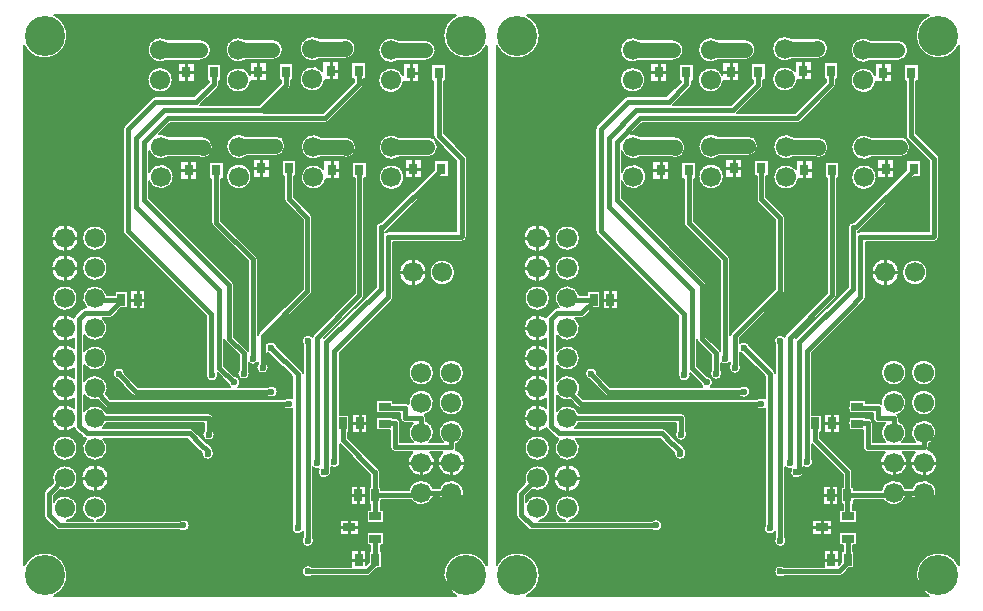
<source format=gbl>
G04 EasyPC Gerber Version 21.0.3 Build 4286 *
G04 #@! TF.Part,Single*
G04 #@! TF.FileFunction,Copper,L2,Bot *
G04 #@! TF.FilePolarity,Positive *
%FSLAX45Y45*%
%MOIN*%
G04 #@! TA.AperFunction,SMDPad*
%ADD25R,0.02559X0.03937*%
%ADD111R,0.03157X0.03827*%
G04 #@! TD.AperFunction*
%ADD70C,0.00500*%
%ADD71C,0.01000*%
%ADD78C,0.01500*%
G04 #@! TA.AperFunction,ViaPad*
%ADD77C,0.02362*%
G04 #@! TD.AperFunction*
%ADD90C,0.05000*%
G04 #@! TA.AperFunction,ComponentPad*
%ADD74C,0.06693*%
G04 #@! TA.AperFunction,WasherPad*
%ADD91C,0.13386*%
G04 #@! TA.AperFunction,SMDPad*
%ADD26R,0.03937X0.02559*%
%ADD127R,0.04134X0.02559*%
X0Y0D02*
D02*
D70*
X168904Y195295D02*
G75*
G02X154508Y198581I-6823J3286D01*
G01*
G75*
G02X158795Y205404I7573*
G01*
X24877*
G75*
G02X29164Y198581I-3286J-6823*
G01*
G75*
G02X14786Y195259I-7573*
G01*
Y22060*
G75*
G02X29164Y18738I6806J-3322*
G01*
G75*
G02X24877Y11915I-7573*
G01*
X158795*
G75*
G02X154508Y18738I3286J6823*
G01*
G75*
G02X168904Y22024I7573*
G01*
Y195295*
X161884Y158905D02*
G75*
G02X162409Y157639I-1262J-1266D01*
G01*
Y131847*
G75*
G02X161884Y130581I-1787*
G01*
X161594Y130291*
G75*
G02X160328Y129766I-1266J1262*
G01*
X137815*
Y111448*
G75*
G02Y111446I-651J-1*
G01*
G75*
G02Y111445I-663J0*
G01*
G75*
G02X137292Y110181I-1787*
G01*
X133709Y106598*
G75*
G03X133707Y106596I730J-733*
G01*
X119976Y92870*
Y72238*
X123217*
Y66541*
X122687*
Y64335*
X132357Y54665*
G75*
G02X133367Y53157I-621J-1507*
G01*
Y48220*
X133896*
Y47002*
X142972*
G75*
G02X151037Y47917I4165J-715*
G01*
X153238*
G75*
G02X161364Y46287I3900J-1630*
G01*
G75*
G02X153238Y44657I-4226*
G01*
X151037*
G75*
G02X143763Y43742I-3900J1630*
G01*
X133896*
Y42524*
X133672*
Y40622*
X134831*
Y36303*
X128937*
Y40622*
X130097*
Y42524*
X129577*
Y48220*
X130107*
Y52305*
X119976Y62435*
Y57562*
G75*
G02X117073Y54803I-1787J-1026*
G01*
Y53031*
G75*
G02X116133Y51555I-1630*
G01*
G75*
G02X112991Y54193I-1439J1476*
G01*
G75*
G02X110958Y54757I-543J1988*
G01*
Y31464*
G75*
G02X111389Y30203I-1630J-1261*
G01*
G75*
G02X107267I-2061*
G01*
G75*
G02X107698Y31464I2061*
G01*
Y33216*
G75*
G02X104171Y35347I-1740J1105*
G01*
Y74303*
G75*
G02X101707Y74347I-1202J1674*
G01*
X42834*
G75*
G02X41680Y74826J1630*
G01*
X39465Y77041*
G75*
G02X34866Y78709I-1124J4074*
G01*
Y73520*
G75*
G02X42241Y72744I3475J-2406*
G01*
X76261*
G75*
G02X77891Y71115J-1630*
G01*
Y66891*
G75*
G02X78322Y65630I-1630J-1261*
G01*
G75*
G02X74200I-2061*
G01*
G75*
G02X74631Y66891I2061*
G01*
Y69485*
X42241*
G75*
G02X40938Y67780I-3900J1630*
G01*
X69919*
G75*
G02X71185Y67255J-1787*
G01*
X74633Y63806*
X77238Y61326*
G75*
G02X77762Y60361I-1233J-1295*
G01*
G75*
G02X78067Y59282I-1756J-1079*
G01*
G75*
G02X73944I-2062*
G01*
G75*
G02X73957Y59514I2063J1*
G01*
X72152Y61232*
G75*
G02X72119Y61265I1251J1315*
G01*
X69178Y64206*
X41223*
G75*
G02X38341Y56888I-2882J-3091*
G01*
G75*
G02X35464Y64211J4226*
G01*
G75*
G02X34337Y64731I139J1782*
G01*
X31817Y67251*
G75*
G02X31467Y67745I1262J1266*
G01*
G75*
G02X23744Y71115I-3126J3370*
G01*
G75*
G02X31291Y74639I4596*
G01*
Y77590*
G75*
G02X23744Y81115I-2950J3524*
G01*
G75*
G02X31291Y84639I4596*
G01*
Y87590*
G75*
G02X23744Y91115I-2950J3524*
G01*
G75*
G02X31291Y94639I4596*
G01*
Y97590*
G75*
G02X23744Y101115I-2950J3524*
G01*
G75*
G02X31335Y104602I4596*
G01*
G75*
G02X31815Y105475I1744J-392*
G01*
X33812Y107472*
G75*
G02X35079Y107995I1264J-1264*
G01*
X35489*
G75*
G02X38341Y115341I2852J3119*
G01*
G75*
G02X42431Y112178J-4226*
G01*
X44967*
Y113396*
X49286*
Y107699*
X47076*
X44324Y104946*
G75*
G02X43057Y104420I-1266J1262*
G01*
X40974*
G75*
G02X38341Y96888I-2633J-3306*
G01*
G75*
G02X34866Y98709J4226*
G01*
Y93520*
G75*
G02X42567Y91115I3475J-2406*
G01*
G75*
G02X34866Y88709I-4226*
G01*
Y83520*
G75*
G02X42042Y79074I3475J-2406*
G01*
X43509Y77607*
X101707*
G75*
G02X104171Y77651I1261J-1630*
G01*
Y85000*
X96557Y92613*
G75*
G02X95874Y92945I543J1988*
G01*
Y89220*
G75*
G02X96305Y87958I-1630J-1261*
G01*
G75*
G02X92183I-2061*
G01*
G75*
G02X92614Y89220I2061*
G01*
Y89687*
G75*
G02X89574Y89453I-1626J1266*
G01*
Y87223*
G75*
G02X90006Y85961I-1630J-1261*
G01*
G75*
G02X85883I-2061*
G01*
G75*
G02X86315Y87223I2061*
G01*
Y92073*
X81968Y96420*
G75*
G02X81510Y97316I1151J1154*
G01*
Y88509*
X84868Y85151*
G75*
G02X86219Y81601I-73J-2060*
G01*
X95966*
G75*
G02X99289Y79971I1261J-1630*
G01*
G75*
G02X95966Y78341I-2061*
G01*
X52049*
G75*
G02X50895Y78820J1630*
G01*
X45732Y83982*
G75*
G02X44247Y85961I576J1979*
G01*
G75*
G02X48369I2061*
G01*
G75*
G02Y85956I-2051J-3*
G01*
X52724Y81601*
X83371*
G75*
G02X82789Y82620I1424J1490*
G01*
X79292Y86116*
G75*
G02X79445Y85337I-1908J-779*
G01*
G75*
G02X75323I-2061*
G01*
G75*
G02X75341Y85613I2061*
G01*
Y105043*
X48241Y132143*
G75*
G02X47715Y133409I1262J1266*
G01*
Y167483*
G75*
G02X48233Y168741I1787J0*
G01*
X57243Y177831*
G75*
G02X58514Y178360I1269J-1258*
G01*
X71413*
X76293Y183240*
Y183608*
X75620*
Y189195*
X80538*
Y183608*
X79868*
Y182499*
G75*
G02X79342Y181233I-1787*
G01*
X73477Y175368*
X92937*
X100413Y182844*
Y183734*
X99585*
Y189321*
X104502*
Y183734*
X103672*
Y182169*
G75*
G02X103194Y181015I-1630*
G01*
X94841Y172661*
X114278*
X124624Y183007*
Y184108*
X123796*
Y189695*
X128713*
Y184108*
X127884*
Y182332*
G75*
G02X127406Y181178I-1630*
G01*
X116107Y169880*
G75*
G02X114954Y169402I-1154J1151*
G01*
X63325*
X59694Y165771*
G75*
G02X60388Y165829I695J-4170*
G01*
G75*
G02X62926Y164982J-4226*
G01*
X74235*
G75*
G02X76684Y163931J-3380*
G01*
X76693*
Y163922*
G75*
G02X77615Y161602I-2459J-2319*
G01*
Y161139*
G75*
G02X76693Y158819I-3380*
G01*
Y158344*
X76137*
G75*
G02X72526Y158222I-1902J2794*
G01*
X62926*
G75*
G02X56419Y160151I-2537J3380*
G01*
Y153054*
G75*
G02X64615Y151602I3969J-1452*
G01*
G75*
G02X56419Y150151I-4226*
G01*
Y144333*
X84270Y116482*
G75*
G02X84749Y115328I-1151J-1154*
G01*
Y98249*
X89096Y93902*
G75*
G02X89357Y93561I-1151J-1154*
G01*
Y123321*
X77654Y135024*
G75*
G02X77176Y136178I1151J1154*
G01*
Y150904*
X76347*
Y156490*
X81264*
Y150904*
X80435*
Y136853*
X92139Y125150*
G75*
G02X92617Y123996I-1151J-1154*
G01*
Y98674*
G75*
G02X93093Y99720I1626J-107*
G01*
X107590Y114218*
Y137194*
X101898Y142887*
G75*
G02X101419Y144041I1151J1154*
G01*
Y151652*
X100589*
Y157238*
X105506*
Y151652*
X104679*
Y144716*
X110371Y139023*
G75*
G02X110850Y137869I-1151J-1154*
G01*
Y113543*
G75*
G02X110371Y112389I-1630*
G01*
X95874Y97891*
Y96257*
G75*
G02X99092Y95135I1227J-1656*
G01*
X107220Y87006*
G75*
G02X107698Y86150I-1262J-1266*
G01*
Y95586*
G75*
G02X110843Y98245I1630J1261*
G01*
G75*
G02X111297Y99114I1605J-285*
G01*
X124921Y112738*
Y151028*
X124093*
Y156614*
X129010*
Y151028*
X128181*
Y112063*
G75*
G02X127702Y110909I-1630*
G01*
X114712Y97919*
X131967Y114702*
Y134711*
G75*
G02X133597Y136341I1630*
G01*
X133869*
X151339Y153811*
Y156990*
X156256*
Y151404*
X153542*
X135698Y133559*
G75*
G02X135227Y133231I-1154J1152*
G01*
Y133151*
G75*
G02X136028Y133341I802J-1598*
G01*
X158835*
Y156898*
X151700Y164032*
G75*
G02X151685Y164048I1275J1257*
G01*
Y163957*
G75*
G02X152607Y161638I-2459J-2319*
G01*
Y161396*
G75*
G02X151685Y159077I-3380*
G01*
Y158844*
X151443*
G75*
G02X149227Y158016I-2217J2552*
G01*
X139756*
G75*
G02X132993Y161396I-2537J3380*
G01*
G75*
G02X139756Y164776I4226*
G01*
X147972*
G75*
G02X151130Y164431I1255J-3138*
G01*
X151399*
G75*
G02X151175Y165298I1563J867*
G01*
Y183486*
X150502*
Y189073*
X155420*
Y183486*
X154750*
Y166039*
X161884Y158905*
X50148Y113766D02*
X55207D01*
Y107329*
X50148*
Y113766*
X82067Y151646D02*
G75*
G02X90520I4226D01*
G01*
G75*
G02X82067I-4226*
G01*
X100935Y164208D02*
G75*
G02Y159567I-2457J-2320D01*
G01*
Y159093*
X100379*
G75*
G02X98478Y158507I-1901J2795*
G01*
X89125*
G75*
G02X82067Y161646I-2831J3138*
G01*
G75*
G02X88472Y165267I4226*
G01*
X98478*
G75*
G02X100383Y164679J-3380*
G01*
X100935*
Y164208*
X90985Y157608D02*
X96642D01*
Y151281*
X90985*
Y157608*
X114487Y156984D02*
X120144D01*
Y150657*
X115352*
G75*
G02X106989Y151521I-4137J863*
G01*
G75*
G02X114487Y154196I4226*
G01*
Y156984*
X124439Y163840D02*
G75*
G02X125360Y161521I-2459J-2319D01*
G01*
Y161263*
G75*
G02X124439Y158944I-3380*
G01*
Y158470*
X123884*
G75*
G02X120686Y158141I-1904J2793*
G01*
X113752*
G75*
G02X106989Y161521I-2537J3380*
G01*
G75*
G02X113752Y164901I4226*
G01*
X121980*
G75*
G02X124215Y164057J-3380*
G01*
X124439*
Y163840*
X66743Y156860D02*
X72400D01*
Y150533*
X66743*
Y156860*
X141735Y157360D02*
X147392D01*
Y151033*
X141735*
Y157360*
X139739Y119654D02*
G75*
G02X148931I4596D01*
G01*
G75*
G02X139739I-4596*
G01*
X158572Y60654D02*
G75*
G02X157138Y51691I-1434J-4367D01*
G01*
G75*
G02X154168Y59795J4596*
G01*
X150107*
G75*
G02X147138Y51691I-2970J-3508*
G01*
G75*
G02X144168Y59795J4596*
G01*
X138469*
G75*
G02X136839Y61425J1630*
G01*
Y67140*
X132097*
Y68998*
G75*
G02Y70219I1969J611*
G01*
Y71459*
X133157*
G75*
G02X134976I909J-1850*
G01*
X137794*
Y71238*
X138469*
G75*
G02X140099Y69608J-1630*
G01*
Y63055*
X144414*
G75*
G02X144381Y69490I2724J3232*
G01*
X141796*
G75*
G02X140166Y71120J1630*
G01*
Y72978*
X137794*
Y72691*
X134822*
G75*
G02X133310I-756J1917*
G01*
X132097*
Y74000*
G75*
G02Y75216I1969J608*
G01*
Y77010*
X137794*
Y76238*
X141796*
G75*
G02X142944Y75765J-1630*
G01*
G75*
G02X147138Y80513I4194J522*
G01*
G75*
G02X148328Y72232J-4226*
G01*
G75*
G02X148766Y71120I-1192J-1111*
G01*
Y70187*
G75*
G02X149861Y63055I-1628J-3900*
G01*
X154414*
G75*
G02X157138Y70513I2724J3232*
G01*
G75*
G02X158766Y62387J-4226*
G01*
Y61425*
G75*
G02X158572Y60654I-1630*
G01*
X142911Y86287D02*
G75*
G02X151364I4226D01*
G01*
G75*
G02X142911I-4226*
G01*
X149951Y119654D02*
G75*
G02X158404I4226D01*
G01*
G75*
G02X149951I-4226*
G01*
X152911Y76287D02*
G75*
G02X161364I4226D01*
G01*
G75*
G02X152911I-4226*
G01*
Y86287D02*
G75*
G02X161364I4226D01*
G01*
G75*
G02X152911I-4226*
G01*
X124079Y72608D02*
X129138D01*
Y66171*
X124079*
Y72608*
X123656Y48591D02*
X128715D01*
Y42154*
X123656*
Y48591*
X128937Y33063D02*
X134831D01*
Y28744*
X133672*
Y26793*
X134014*
Y21096*
X132355*
X130095Y18837*
G75*
G02X128941Y18358I-1154J1151*
G01*
X110665*
G75*
G02X107343Y19988I-1261J1630*
G01*
G75*
G02X110665Y21618I2061*
G01*
X123774*
Y27163*
X128833*
Y22185*
X129695Y23047*
Y26793*
X130097*
Y28744*
X128937*
Y33063*
X119906Y37213D02*
X126540D01*
Y32154*
X119906*
Y37213*
X33744Y51115D02*
G75*
G02X42937I4596D01*
G01*
G75*
G02X33744I-4596*
G01*
X66632Y36950D02*
G75*
G02X69954Y35320I1261J-1630D01*
G01*
G75*
G02X66632Y33690I-2061*
G01*
X26430*
G75*
G02X25276Y34169J1630*
G01*
X21819Y37626*
G75*
G02X21340Y38780I1151J1154*
G01*
Y45928*
G75*
G02X21819Y47082I1630*
G01*
X24379Y49643*
G75*
G02X28341Y55341I3962J1472*
G01*
G75*
G02Y46888J-4226*
G01*
G75*
G02X26607Y47260J4226*
G01*
X24600Y45253*
Y43080*
G75*
G02X32567Y41115I3741J-1966*
G01*
G75*
G02X29059Y36950I-4226*
G01*
X37623*
G75*
G02X38341Y45341I718J4165*
G01*
G75*
G02X39059Y36950J-4226*
G01*
X66632*
X24115Y61115D02*
G75*
G02X32567I4226D01*
G01*
G75*
G02X24115I-4226*
G01*
X34115Y121115D02*
G75*
G02X42567I4226D01*
G01*
G75*
G02X34115I-4226*
G01*
Y131115D02*
G75*
G02X42567I4226D01*
G01*
G75*
G02X34115I-4226*
G01*
X55867Y183853D02*
G75*
G02X64319I4226D01*
G01*
G75*
G02X55867I-4226*
G01*
X75967Y196390D02*
G75*
G02Y191301I-2457J-2544D01*
G01*
Y191053*
X75681*
G75*
G02X73509Y190308I-2172J2793*
G01*
X62394*
G75*
G02X55867Y193853I-2301J3545*
G01*
G75*
G02X62418Y197383I4226*
G01*
X73509*
G75*
G02X75678Y196640J-3537*
G01*
X75967*
Y196390*
X66016Y189565D02*
X71674D01*
Y183238*
X66016*
Y189565*
X89979Y189691D02*
X95636D01*
Y183364*
X90313*
G75*
G02X81888Y183853I-4198J489*
G01*
G75*
G02X89979Y185565I4226*
G01*
Y189691*
X99931Y196512D02*
G75*
G02Y191428I-2460J-2542D01*
G01*
Y191175*
X99640*
G75*
G02X97472Y190433I-2169J2795*
G01*
X88597*
G75*
G02X81888Y193853I-2482J3420*
G01*
G75*
G02X88238Y197507I4226*
G01*
X97472*
G75*
G02X99644Y196762J-3537*
G01*
X99931*
Y196512*
X114191Y190065D02*
X119849D01*
Y183738*
X115019*
G75*
G02X106595Y184228I-4198J489*
G01*
G75*
G02X114191Y186778I4226*
G01*
Y190065*
X124142Y196888D02*
G75*
G02Y191801I-2459J-2543D01*
G01*
Y191551*
X123854*
G75*
G02X121683Y190807I-2170J2794*
G01*
X113304*
G75*
G02X106595Y194228I-2482J3420*
G01*
G75*
G02X112944Y197882I4226*
G01*
X121683*
G75*
G02X123854Y197138J-3538*
G01*
X124142*
Y196888*
X140898Y189443D02*
X146556D01*
Y183116*
X141216*
G75*
G02X132808Y183728I-4182J612*
G01*
G75*
G02X140898Y185441I4226*
G01*
Y189443*
X132993Y151396D02*
G75*
G02X141445I4226D01*
G01*
G75*
G02X132993I-4226*
G01*
X150849Y196265D02*
G75*
G02Y191176I-2457J-2544D01*
G01*
Y190927*
X150562*
G75*
G02X148391Y190183I-2170J2794*
G01*
X139335*
G75*
G02X132808Y193728I-2301J3545*
G01*
G75*
G02X139359Y197258I4226*
G01*
X148391*
G75*
G02X150562Y196514J-3538*
G01*
X150849*
Y196265*
X23744Y121115D02*
G75*
G02X32937I4596D01*
G01*
G75*
G02X23744I-4596*
G01*
X24115Y111115D02*
G75*
G02X32567I4226D01*
G01*
G75*
G02X24115I-4226*
G01*
X23744Y131115D02*
G75*
G02X32937I4596D01*
G01*
G75*
G02X23744I-4596*
G01*
X158320Y12165D02*
G36*
G75*
G02X154508Y18738I3761J6573D01*
G01*
G75*
G02X158661Y25495I7573*
G01*
X134014*
Y21096*
X132355*
X130095Y18837*
G75*
G02X128941Y18358I-1154J1150*
G01*
X110665*
G75*
G02X107343Y19988I-1261J1630*
G01*
G75*
G02X110665Y21618I2061*
G01*
X123774*
Y25495*
X25011*
G75*
G02X29164Y18738I-3420J-6757*
G01*
G75*
G02X25352Y12165I-7573*
G01*
X158320*
G37*
X18172Y25495D02*
G36*
X15036D01*
Y22530*
G75*
G02X18172Y25495I6555J-3791*
G01*
G37*
X129695D02*
G36*
X128833D01*
Y22185*
X129695Y23047*
Y25495*
G37*
X168654Y22499D02*
G36*
Y25495D01*
X165501*
G75*
G02X168654Y22499I-3420J-6756*
G01*
G37*
X165501Y25495D02*
G36*
X168654D01*
Y34683*
X126540*
Y32154*
X119906*
Y34683*
X110958*
Y31464*
G75*
G02X111389Y30204I-1628J-1261*
G01*
G75*
G02Y30203I-2374J0*
G01*
G75*
G02X107267I-2061*
G01*
G75*
G02Y30204I2374J0*
G01*
G75*
G02X107698Y31464I2059*
G01*
Y33216*
G75*
G02X103897Y34321I-1740J1105*
G01*
G75*
G02X103929Y34683I2060J1*
G01*
X69854*
G75*
G02X66632Y33690I-1960J637*
G01*
X26430*
G75*
G02X25276Y34169I0J1629*
G01*
X24762Y34683*
X15036*
Y25495*
X18172*
G75*
G02X25011I3420J-6757*
G01*
X123774*
Y27163*
X128833*
Y25495*
X129695*
Y26793*
X130097*
Y28744*
X128937*
Y33063*
X134831*
Y28744*
X133672*
Y26793*
X134014*
Y25495*
X158661*
G75*
G02X165501I3420J-6757*
G01*
G37*
X24762Y34683D02*
G36*
X21819Y37626D01*
G75*
G02X21340Y38780I1150J1154*
G01*
Y38780*
Y45372*
X15036*
Y34683*
X24762*
G37*
X104171Y45372D02*
G36*
X24719D01*
X24600Y45253*
Y43080*
G75*
G02X32567Y41115I3741J-1966*
G01*
G75*
G02X29059Y36950I-4227J0*
G01*
X37623*
G75*
G02X34115Y41115I718J4165*
G01*
G75*
G02X38341Y45341I4226*
G01*
G75*
G02X42567Y41115J-4226*
G01*
G75*
G02X39059Y36950I-4226*
G01*
X66632*
G75*
G02X69954Y35320I1261J-1630*
G01*
G75*
G02X69854Y34683I-2061*
G01*
X103929*
G75*
G02X104171Y35347I2029J-363*
G01*
Y45372*
G37*
X161264D02*
G36*
G75*
G02X153238Y44657I-4126J915D01*
G01*
X151037*
G75*
G02X143763Y43742I-3900J1630*
G01*
X133896*
Y42524*
X133672*
Y40622*
X134831*
Y36303*
X128937*
Y40622*
X130097*
Y42524*
X129577*
Y45372*
X128715*
Y42154*
X123656*
Y45372*
X110958*
Y34683*
X119906*
Y37213*
X126540*
Y34683*
X168654*
Y45372*
X161264*
G37*
X24115Y51115D02*
G36*
X15036D01*
Y45372*
X21340*
Y45928*
Y45928*
G75*
G02X21819Y47082I1629*
G01*
X24379Y49643*
G75*
G02X24115Y51115I3962J1472*
G01*
G37*
X104171D02*
G36*
X42937D01*
G75*
G02X33744I-4596*
G01*
X32567*
G75*
G02X28341Y46888I-4226*
G01*
G75*
G02X26607Y47260I0J4228*
G01*
X24719Y45372*
X104171*
Y51115*
G37*
X129577Y45372D02*
G36*
Y48220D01*
X130107*
Y51115*
X115453*
G75*
G02X113935I-759J1917*
G01*
X110958*
Y45372*
X123656*
Y48591*
X128715*
Y45372*
X129577*
G37*
X161264D02*
G36*
X168654D01*
Y51115*
X133367*
Y48220*
X133896*
Y47002*
X142972*
G75*
G02X151037Y47917I4165J-715*
G01*
X153238*
G75*
G02X161364Y46287I3900J-1630*
G01*
Y46287*
Y46287*
G75*
G02X161264Y45372I-4226J-1*
G01*
G37*
X104171Y61115D02*
G36*
X77427D01*
G75*
G02X77762Y60361I-1420J-1083*
G01*
G75*
G02X78067Y59283I-1752J-1078*
G01*
G75*
G02Y59282I-2148J-1*
G01*
G75*
G02X73944I-2062*
G01*
G75*
G02Y59285I2030J2*
G01*
G75*
G02X73957Y59514I2013*
G01*
X72276Y61115*
X42567*
G75*
G02X38341Y56888I-4226*
G01*
G75*
G02X34115Y61115J4226*
G01*
X32567*
G75*
G02X24115I-4226*
G01*
X15036*
Y51115*
X24115*
G75*
G02X28341Y55341I4226*
G01*
G75*
G02X32567Y51115J-4226*
G01*
X33744*
G75*
G02X42937I4596*
G01*
X104171*
Y61115*
G37*
X113935Y51115D02*
G36*
G75*
G02X112633Y53031I759J1917D01*
G01*
G75*
G02X112991Y54193I2062*
G01*
G75*
G02X110958Y54757I-543J1989*
G01*
Y51115*
X113935*
G37*
X130107D02*
G36*
Y52305D01*
X121297Y61115*
X119976*
Y57562*
G75*
G02X120250Y56536I-1787J-1026*
G01*
G75*
G02X117073Y54803I-2061*
G01*
Y53031*
G75*
G02X116133Y51555I-1628J-1*
G01*
G75*
G02X115453Y51115I-1439J1477*
G01*
X130107*
G37*
X158736Y61115D02*
G36*
G75*
G02X158572Y60654I-1598J310D01*
G01*
G75*
G02X161734Y56287I-1434J-4367*
G01*
G75*
G02X157138Y51691I-4596*
G01*
G75*
G02X152541Y56287J4596*
G01*
G75*
G02X154168Y59795I4596*
G01*
X150107*
G75*
G02X151734Y56287I-2970J-3508*
G01*
G75*
G02X147138Y51691I-4596*
G01*
G75*
G02X142541Y56287J4596*
G01*
G75*
G02X144168Y59795I4596*
G01*
X138469*
G75*
G02X136869Y61115I0J1631*
G01*
X125907*
X132357Y54665*
G75*
G02X133367Y53157I-622J-1507*
G01*
Y51115*
X168654*
Y61115*
X158736*
G37*
X32966Y66102D02*
G36*
X15036D01*
Y61115*
X24115*
G75*
G02X32567I4226*
G01*
X34115*
G75*
G02X35464Y64211I4227*
G01*
G75*
G02X34337Y64731I139J1782*
G01*
X32966Y66102*
G37*
X72276Y61115D02*
G36*
X72152Y61232D01*
G75*
G02X72119Y61265I670J719*
G01*
X69178Y64206*
X41223*
G75*
G02X42567Y61115I-2882J-3091*
G01*
X72276*
G37*
X104171Y66102D02*
G36*
X78267D01*
G75*
G02X78322Y65631I-2004J-472*
G01*
G75*
G02Y65630I-2374J0*
G01*
G75*
G02X74200I-2061*
G01*
G75*
G02Y65631I2374J0*
G01*
G75*
G02X74254Y66102I2059J0*
G01*
X72337*
X74633Y63806*
X77238Y61326*
G75*
G02X77427Y61115I-1231J-1295*
G01*
X104171*
Y66102*
G37*
X121297Y61115D02*
G36*
X119976Y62435D01*
Y61115*
X121297*
G37*
X136869D02*
G36*
G75*
G02X136839Y61425I1600J311D01*
G01*
Y66102*
X122687*
Y64335*
X125907Y61115*
X136869*
G37*
X142915Y66102D02*
G36*
X140099D01*
Y63055*
X144414*
G75*
G02X142915Y66102I2724J3232*
G01*
G37*
X152915D02*
G36*
X151360D01*
G75*
G02X149861Y63055I-4222J185*
G01*
X154414*
G75*
G02X152915Y66102I2724J3232*
G01*
G37*
X161360D02*
G36*
G75*
G02X158766Y62387I-4222J185D01*
G01*
Y61425*
Y61425*
G75*
G02X158736Y61115I-1628J0*
G01*
X168654*
Y66102*
X161360*
G37*
X32966D02*
G36*
X31817Y67251D01*
G75*
G02X31467Y67745I1260J1264*
G01*
G75*
G02X24080Y69390I-3126J3370*
G01*
X15036*
Y66102*
X32966*
G37*
X74254D02*
G36*
G75*
G02X74631Y66891I2004J-471D01*
G01*
Y69390*
X42200*
G75*
G02X40938Y67780I-3859J1726*
G01*
X69919*
G75*
G02X71185Y67255J-1788*
G01*
X72337Y66102*
X74254*
G37*
X104171Y69390D02*
G36*
X77891D01*
Y66891*
G75*
G02X78267Y66102I-1628J-1261*
G01*
X104171*
Y69390*
G37*
X132016D02*
G36*
X129138D01*
Y66171*
X124079*
Y69390*
X123217*
Y66541*
X122687*
Y66102*
X136839*
Y67140*
X132097*
Y68998*
G75*
G02X132016Y69390I1969J612*
G01*
G37*
X142915Y66102D02*
G36*
G75*
G02X142911Y66287I4226J183D01*
G01*
G75*
G02X144268Y69390I4226*
G01*
X140099*
Y66102*
X142915*
G37*
X152915D02*
G36*
G75*
G02X152911Y66287I4225J182D01*
G01*
G75*
G02X154268Y69390I4226*
G01*
X150007*
G75*
G02X151364Y66287I-2870J-3103*
G01*
G75*
G02X151360Y66102I-4229J-3*
G01*
X152915*
G37*
X161360D02*
G36*
X168654D01*
Y69390*
X160007*
G75*
G02X161364Y66287I-2870J-3103*
G01*
G75*
G02X161360Y66102I-4225J-3*
G01*
G37*
X24080Y69390D02*
G36*
G75*
G02X23744Y71115I4261J1725D01*
G01*
G75*
G02X31291Y74639I4596*
G01*
Y76287*
X15036*
Y69390*
X24080*
G37*
X104171D02*
G36*
Y74303D01*
G75*
G02X101707Y74347I-1202J1674*
G01*
X42834*
G75*
G02X41680Y74826I0J1629*
G01*
X40219Y76287*
X34866*
Y73520*
G75*
G02X42241Y72744I3475J-2406*
G01*
X76261*
G75*
G02X77891Y71115J-1630*
G01*
Y69390*
X104171*
G37*
X74631D02*
G36*
Y69485D01*
X42241*
G75*
G02X42200Y69390I-3901J1627*
G01*
X74631*
G37*
X144268D02*
G36*
G75*
G02X144381Y69490I2870J-3106D01*
G01*
X141796*
G75*
G02X140166Y71120J1630*
G01*
Y72978*
X137794*
Y72691*
X134822*
G75*
G02X133310I-756J1917*
G01*
X132097*
Y74000*
G75*
G02X132005Y74608I1968J608*
G01*
G75*
G02X132097Y75216I2060*
G01*
Y76287*
X119976*
Y72238*
X123217*
Y69390*
X124079*
Y72608*
X129138*
Y69390*
X132016*
G75*
G02X132004Y69608I2050J217*
G01*
G75*
G02X132097Y70219I2061*
G01*
Y71459*
X133157*
G75*
G02X134976I909J-1850*
G01*
X137794*
Y71238*
X138469*
G75*
G02X140099Y69608J-1630*
G01*
Y69390*
X144268*
G37*
X142911Y76287D02*
G36*
X137794D01*
Y76238*
X141796*
G75*
G02X142944Y75765J-1630*
G01*
G75*
G02X142911Y76287I4194J521*
G01*
G37*
X160007Y69390D02*
G36*
X168654D01*
Y76287*
X161364*
G75*
G02X152911I-4226*
G01*
X151364*
G75*
G02X148328Y72232I-4226*
G01*
G75*
G02X148766Y71120I-1192J-1111*
G01*
Y71120*
Y70187*
G75*
G02X150007Y69390I-1628J-3900*
G01*
X154268*
G75*
G02X157138Y70513I2870J-3103*
G01*
G75*
G02X160007Y69390J-4226*
G01*
G37*
X31291Y86287D02*
G36*
X15036D01*
Y76287*
X31291*
Y77590*
G75*
G02X23744Y81115I-2950J3524*
G01*
G75*
G02X31291Y84639I4596*
G01*
Y86287*
G37*
X40219Y76287D02*
G36*
X39465Y77041D01*
G75*
G02X34866Y78709I-1125J4074*
G01*
Y76287*
X40219*
G37*
X75341Y86287D02*
G36*
X48343D01*
G75*
G02X48369Y85961I-2035J-326*
G01*
Y85956*
X52724Y81601*
X83371*
G75*
G02X82789Y82620I1426J1491*
G01*
X79292Y86116*
G75*
G02X79445Y85337I-1910J-779*
G01*
G75*
G02X75323I-2061*
G01*
G75*
G02X75341Y85613I2101J-3*
G01*
Y86287*
G37*
X102883D02*
G36*
X95450D01*
G75*
G02X93037I-1206J1672*
G01*
X89980*
G75*
G02X90006Y85962I-2033J-326*
G01*
G75*
G02Y85961I-2374J0*
G01*
G75*
G02X85883I-2061*
G01*
G75*
G02Y85962I2374J0*
G01*
G75*
G02X85909Y86287I2059J-1*
G01*
X83731*
X84868Y85151*
G75*
G02X86856Y83091I-72J-2059*
G01*
G75*
G02X86219Y81601I-2061*
G01*
X95966*
G75*
G02X99289Y79971I1261J-1630*
G01*
G75*
G02X95966Y78341I-2061*
G01*
X52049*
G75*
G02X50895Y78820I0J1629*
G01*
X45732Y83982*
G75*
G02X44247Y85961I575J1979*
G01*
Y85961*
G75*
G02X44273Y86287I2061J-1*
G01*
X34866*
Y83520*
G75*
G02X42567Y81115I3475J-2406*
G01*
G75*
G02X42042Y79074I-4227*
G01*
X43509Y77607*
X101707*
G75*
G02X104171Y77651I1261J-1630*
G01*
Y85000*
X102883Y86287*
G37*
X107698D02*
G36*
X107660D01*
G75*
G02X107698Y86150I-1704J-549*
G01*
Y86287*
G37*
X151364Y76287D02*
G36*
X152911D01*
G75*
G02X161364I4226*
G01*
X168654*
Y86287*
X161364*
G75*
G02X152911I-4226*
G01*
X151364*
G75*
G02X142911I-4226*
G01*
X119976*
Y76287*
X132097*
Y77010*
X137794*
Y76287*
X142911*
Y76287*
G75*
G02X147138Y80513I4226*
G01*
G75*
G02X151364Y76287J-4226*
G01*
G37*
X34730Y108918D02*
G36*
X31952D01*
G75*
G02X24730I-3611J2196*
G01*
X15036*
Y86287*
X31291*
Y87590*
G75*
G02X23744Y91115I-2950J3524*
G01*
G75*
G02X31291Y94639I4596*
G01*
Y97590*
G75*
G02X23744Y101115I-2950J3524*
G01*
G75*
G02X31335Y104602I4596J0*
G01*
G75*
G02X31815Y105475I1746J-393*
G01*
X33812Y107472*
G75*
G02X35079Y107995I1263J-1262*
G01*
X35489*
G75*
G02X34730Y108918I2852J3119*
G01*
G37*
X71466D02*
G36*
X55207D01*
Y107329*
X50148*
Y108918*
X49286*
Y107699*
X47076*
X44324Y104946*
G75*
G02X43057Y104420I-1266J1262*
G01*
X40974*
G75*
G02X42567Y101115I-2633J-3306*
G01*
G75*
G02X38341Y96888I-4226*
G01*
G75*
G02X34866Y98709J4226*
G01*
Y93520*
G75*
G02X42567Y91115I3475J-2406*
G01*
G75*
G02X34866Y88709I-4226*
G01*
Y86287*
X44273*
G75*
G02X48343I2035J-326*
G01*
X75341*
Y105043*
X71466Y108918*
G37*
X102290D02*
G36*
X92617D01*
Y98674*
G75*
G02X93093Y99720I1624J-106*
G01*
X102290Y108918*
G37*
X85909Y86287D02*
G36*
G75*
G02X86315Y87223I2033J-324D01*
G01*
Y92073*
X81968Y96420*
G75*
G02X81510Y97316I1152J1154*
G01*
Y88509*
X83731Y86287*
X85909*
G37*
X89357Y108918D02*
G36*
X84749D01*
Y98249*
X89096Y93902*
G75*
G02X89357Y93561I-1148J-1151*
G01*
Y108918*
G37*
X93037Y86287D02*
G36*
G75*
G02X92183Y87958I1206J1671D01*
G01*
G75*
G02Y87959I2374J0*
G01*
G75*
G02X92614Y89220I2059*
G01*
Y89687*
G75*
G02X89574Y89453I-1626J1266*
G01*
Y87223*
G75*
G02X89980Y86287I-1628J-1260*
G01*
X93037*
G37*
X102883D02*
G36*
X96557Y92613D01*
G75*
G02X95874Y92945I541J1982*
G01*
Y89220*
G75*
G02X96305Y87959I-1628J-1261*
G01*
G75*
G02Y87958I-2374J0*
G01*
G75*
G02X95450Y86287I-2061*
G01*
X102883*
G37*
X121101Y108918D02*
G36*
X106900D01*
X95874Y97891*
Y96257*
G75*
G02X99092Y95135I1227J-1656*
G01*
X107220Y87006*
G75*
G02X107660Y86287I-1264J-1267*
G01*
X107698*
Y95586*
G75*
G02X107267Y96848I1630J1261*
G01*
G75*
G02X110843Y98245I2061*
G01*
G75*
G02X111297Y99114I1604J-285*
G01*
X121101Y108918*
G37*
X126020D02*
G36*
X125711D01*
X114712Y97919*
X126020Y108918*
G37*
X136029D02*
G36*
X133709Y106598D01*
X133707Y106596*
X119976Y92870*
Y86287*
X142911*
G75*
G02X151364I4226*
G01*
X152911*
G75*
G02X161364I4226*
G01*
X168654*
Y108918*
X136029*
G37*
X71466D02*
G36*
X60730Y119654D01*
X42307*
G75*
G02X34375I-3966J1461*
G01*
X32699*
G75*
G02X23983I-4358J1461*
G01*
X15036*
Y108918*
X24730*
G75*
G02X24115Y111115I3611J2197*
G01*
G75*
G02X32567I4226*
G01*
G75*
G02X31952Y108918I-4226J0*
G01*
X34730*
G75*
G02X34115Y111115I3611J2197*
G01*
G75*
G02X38341Y115341I4226*
G01*
G75*
G02X42431Y112178J-4226*
G01*
X44967*
Y113396*
X49286*
Y108918*
X50148*
Y113766*
X55207*
Y108918*
X71466*
G37*
X107590Y119654D02*
G36*
X92617D01*
Y108918*
X102290*
X107590Y114218*
Y119654*
G37*
X89357D02*
G36*
X81099D01*
X84270Y116482*
G75*
G02X84749Y115328I-1150J-1154*
G01*
Y115328*
Y108918*
X89357*
Y119654*
G37*
X124921D02*
G36*
X110850D01*
Y113543*
Y113543*
G75*
G02X110371Y112389I-1629*
G01*
X106900Y108918*
X121101*
X124921Y112738*
Y119654*
G37*
X131967D02*
G36*
X128181D01*
Y112063*
Y112063*
G75*
G02X127702Y110909I-1629*
G01*
X125711Y108918*
X126020*
X131967Y114702*
Y119654*
G37*
X137815D02*
G36*
Y111448D01*
Y111446*
Y111445*
G75*
G02X137292Y110181I-1789J1*
G01*
X136029Y108918*
X168654*
Y119654*
X158404*
G75*
G02X149951I-4226*
G01*
X148931*
G75*
G02X139739I-4596*
G01*
X137815*
G37*
X60730D02*
G36*
X49269Y131115D01*
X42567*
G75*
G02X34115I-4226*
G01*
X32937*
G75*
G02X23744I-4596*
G01*
X15036*
Y119654*
X23983*
G75*
G02X23744Y121115I4358J1461*
G01*
G75*
G02X32937I4596*
G01*
G75*
G02X32699Y119654I-4596J0*
G01*
X34375*
G75*
G02X34115Y121115I3966J1461*
G01*
G75*
G02X42567I4226*
G01*
G75*
G02X42307Y119654I-4226*
G01*
X60730*
G37*
X107590Y131115D02*
G36*
X86174D01*
X92139Y125150*
G75*
G02X92617Y123996I-1150J-1154*
G01*
Y123996*
Y119654*
X107590*
Y131115*
G37*
X89357Y119654D02*
G36*
Y123321D01*
X81564Y131115*
X69638*
X81099Y119654*
X89357*
G37*
X124921Y131115D02*
G36*
X110850D01*
Y119654*
X124921*
Y131115*
G37*
X131967D02*
G36*
X128181D01*
Y119654*
X131967*
Y131115*
G37*
X162252D02*
G36*
G75*
G02X161884Y130581I-1631J733D01*
G01*
X161594Y130291*
G75*
G02X160328Y129766I-1266J1262*
G01*
X137815*
Y119654*
X139739*
G75*
G02X148931I4596*
G01*
X149951*
G75*
G02X158404I4226*
G01*
X168654*
Y131115*
X162252*
G37*
X49269D02*
G36*
X48241Y132143D01*
G75*
G02X47715Y133409I1262J1266*
G01*
Y151646*
X15036*
Y131115*
X23744*
G75*
G02X32937I4596*
G01*
X34115*
G75*
G02X42567I4226*
G01*
X49269*
G37*
X107590D02*
G36*
Y137194D01*
X101898Y142887*
G75*
G02X101419Y144040I1150J1154*
G01*
Y144041*
Y151646*
X96642*
Y151281*
X90985*
Y151646*
X90520*
G75*
G02X82067I-4226*
G01*
X81264*
Y150904*
X80435*
Y136853*
X86174Y131115*
X107590*
G37*
X81564D02*
G36*
X77654Y135024D01*
G75*
G02X77176Y136178I1150J1154*
G01*
Y136178*
Y150904*
X76347*
Y151646*
X72400*
Y150533*
X66743*
Y151646*
X64614*
G75*
G02X64615Y151602I-4227J-60*
G01*
G75*
G02X56419Y150151I-4226J0*
G01*
Y144333*
X69638Y131115*
X81564*
G37*
X124093Y151646D02*
G36*
X120144D01*
Y150657*
X115352*
G75*
G02X106989Y151521I-4137J864*
G01*
Y151521*
G75*
G02X106991Y151646I4224J-5*
G01*
X104679*
Y144716*
X110371Y139023*
G75*
G02X110850Y137870I-1150J-1154*
G01*
Y137869*
Y131115*
X124921*
Y151028*
X124093*
Y151646*
G37*
X131967Y131115D02*
G36*
Y134711D01*
G75*
G02X133597Y136341I1630*
G01*
X133869*
X149174Y151646*
X147392*
Y151033*
X141735*
Y151646*
X141438*
G75*
G02X141445Y151396I-4220J-252*
G01*
G75*
G02X132993I-4226*
G01*
G75*
G02X133000Y151646I4228J-2*
G01*
X129010*
Y151028*
X128181*
Y131115*
X131967*
G37*
X158835Y151646D02*
G36*
X156256D01*
Y151404*
X153542*
X135698Y133559*
G75*
G02X135227Y133231I-1150J1145*
G01*
Y133151*
G75*
G02X136028Y133341I800J-1593*
G01*
X158835*
Y151646*
G37*
X162409D02*
G36*
Y131847D01*
G75*
G02X162252Y131115I-1788*
G01*
X168654*
Y151646*
X162409*
G37*
X47715Y161646D02*
G36*
X15036D01*
Y151646*
X47715*
Y161646*
G37*
X158835Y151646D02*
G36*
Y156898D01*
X154087Y161646*
X152607*
G75*
G02Y161638I-3456J-4*
G01*
Y161638*
Y161396*
Y161396*
G75*
G02X151685Y159077I-3379*
G01*
Y158844*
X151443*
G75*
G02X149227Y158016I-2216J2551*
G01*
X139756*
G75*
G02X132993Y161396I-2537J3380*
G01*
Y161396*
Y161396*
G75*
G02X133000Y161646I4224J-2*
G01*
X125358*
G75*
G02X125360Y161521I-3380J-126*
G01*
Y161521*
Y161263*
Y161263*
G75*
G02X124439Y158944I-3379*
G01*
Y158470*
X123884*
G75*
G02X120686Y158141I-1904J2793*
G01*
X113752*
G75*
G02X106989Y161520I-2537J3380*
G01*
Y161521*
Y161521*
G75*
G02X106991Y161646I4221J-5*
G01*
X101849*
G75*
G02X100935Y159567I-3371J242*
G01*
Y159093*
X100379*
G75*
G02X98478Y158507I-1901J2796*
G01*
X89125*
G75*
G02X82067Y161646I-2831J3138*
G01*
X77614*
G75*
G02X77615Y161603I-3391J-53*
G01*
Y161602*
Y161139*
Y161138*
G75*
G02X76693Y158819I-3379*
G01*
Y158344*
X76137*
G75*
G02X72526Y158222I-1902J2794*
G01*
X62926*
G75*
G02X56419Y160151I-2537J3380*
G01*
Y153054*
G75*
G02X64614Y151646I3969J-1452*
G01*
X66743*
Y156860*
X72400*
Y151646*
X76347*
Y156490*
X81264*
Y151646*
X82067*
G75*
G02X90520I4226*
G01*
X90985*
Y157608*
X96642*
Y151646*
X101419*
Y151652*
X100589*
Y157238*
X105506*
Y151652*
X104679*
Y151646*
X106991*
G75*
G02X114487Y154196I4224J-124*
G01*
Y156984*
X120144*
Y151646*
X124093*
Y156614*
X129010*
Y151646*
X133000*
G75*
G02X141438I4219J-250*
G01*
X141735*
Y157360*
X147392*
Y151646*
X149174*
X151339Y153811*
Y156990*
X156256*
Y151646*
X158835*
G37*
X162409D02*
G36*
X168654D01*
Y161646*
X159143*
X161884Y158905*
G75*
G02X162409Y157639I-1262J-1266*
G01*
Y151646*
G37*
X75620Y183853D02*
G36*
X71674D01*
Y183238*
X66016*
Y183853*
X64319*
G75*
G02X55867I-4226*
G01*
X15036*
Y161646*
X47715*
Y167483*
G75*
G02X48233Y168741I1788J0*
G01*
X57243Y177831*
G75*
G02X58514Y178360I1270J-1259*
G01*
X71413*
X76293Y183240*
Y183608*
X75620*
Y183853*
G37*
X150502D02*
G36*
X146556D01*
Y183116*
X141216*
G75*
G02X132808Y183728I-4182J612*
G01*
G75*
G02X132810Y183853I4227J-4*
G01*
X127884*
Y182332*
Y182332*
G75*
G02X127406Y181178I-1629*
G01*
X116107Y169880*
G75*
G02X114954Y169402I-1154J1150*
G01*
X63325*
X59694Y165771*
G75*
G02X60388Y165829I698J-4208*
G01*
G75*
G02X62926Y164982I-1J-4229*
G01*
X74235*
G75*
G02X76684Y163931I-1J-3381*
G01*
X76693*
Y163922*
G75*
G02X77614Y161646I-2457J-2319*
G01*
X82067*
G75*
G02X88472Y165267I4226J0*
G01*
X98478*
G75*
G02X100383Y164679J-3380*
G01*
X100935*
Y164208*
G75*
G02X101858Y161887I-2457J-2320*
G01*
G75*
G02X101849Y161646I-3380*
G01*
X106991*
G75*
G02X113752Y164901I4224J-124*
G01*
X121980*
G75*
G02X124215Y164057I-1J-3383*
G01*
X124439*
Y163840*
G75*
G02X125358Y161646I-2458J-2319*
G01*
X133000*
G75*
G02X139756Y164776I4219J-249*
G01*
X147972*
G75*
G02X151130Y164431I1255J-3138*
G01*
X151399*
G75*
G02X151175Y165298I1565J868*
G01*
Y183486*
X150502*
Y183853*
G37*
X99585D02*
G36*
X95636D01*
Y183364*
X90313*
G75*
G02X81888Y183853I-4198J489*
G01*
X80538*
Y183608*
X79868*
Y182499*
G75*
G02X79342Y181233I-1788*
G01*
X73477Y175368*
X92937*
X100413Y182844*
Y183734*
X99585*
Y183853*
G37*
X124624D02*
G36*
X119849D01*
Y183738*
X115019*
G75*
G02X106611Y183853I-4198J489*
G01*
X104502*
Y183734*
X103672*
Y182169*
Y182168*
G75*
G02X103194Y181015I-1629*
G01*
X94841Y172661*
X114278*
X124624Y183007*
Y183853*
G37*
X159143Y161646D02*
G36*
X168654D01*
Y183853*
X155420*
Y183486*
X154750*
Y166039*
X159143Y161646*
G37*
X154087D02*
G36*
X151700Y164032D01*
G75*
G02X151685Y164048I292J300*
G01*
Y163957*
G75*
G02X152607Y161646I-2457J-2319*
G01*
X154087*
G37*
X155420Y183853D02*
G36*
X168654D01*
Y193853*
X167997*
G75*
G02X156165I-5916J4728*
G01*
X151926*
G75*
G02X151929Y193720I-3536J-129*
G01*
G75*
G02X150849Y191176I-3538*
G01*
Y190927*
X150562*
G75*
G02X148391Y190183I-2171J2796*
G01*
X139335*
G75*
G02X132808Y193728I-2301J3545*
G01*
Y193729*
G75*
G02X132810Y193853I4224J-5*
G01*
X125187*
G75*
G02X124142Y191801I-3503J491*
G01*
Y191551*
X123854*
G75*
G02X121683Y190807I-2171J2796*
G01*
X113304*
G75*
G02X106611Y193853I-2482J3420*
G01*
X101007*
G75*
G02X99931Y191428I-3535J117*
G01*
Y191175*
X99640*
G75*
G02X97472Y190433I-2169J2798*
G01*
X88597*
G75*
G02X81888Y193853I-2483J3420*
G01*
Y193853*
X77047*
G75*
G02Y193845I-3552J-4*
G01*
G75*
G02X75967Y191301I-3538*
G01*
Y191053*
X75681*
G75*
G02X73509Y190308I-2171J2791*
G01*
X62394*
G75*
G02X55867Y193853I-2301J3545*
G01*
X27507*
G75*
G02X15676I-5916J4728*
G01*
X15036*
Y183853*
X55867*
G75*
G02X64319I4226*
G01*
X66016*
Y189565*
X71674*
Y183853*
X75620*
Y189195*
X80538*
Y183853*
X81888*
G75*
G02X89979Y185565I4226J0*
G01*
Y189691*
X95636*
Y183853*
X99585*
Y189321*
X104502*
Y183853*
X106611*
G75*
G02X106595Y184228I4210J374*
G01*
Y184228*
G75*
G02X114191Y186778I4226*
G01*
Y190065*
X119849*
Y183853*
X124624*
Y184108*
X123796*
Y189695*
X128713*
Y184108*
X127884*
Y183853*
X132810*
G75*
G02X140898Y185441I4224J-125*
G01*
Y189443*
X146556*
Y183853*
X150502*
Y189073*
X155420*
Y183853*
G37*
X15676Y193853D02*
G36*
G75*
G02X15036Y194789I5915J4729D01*
G01*
Y193853*
X15676*
G37*
X158320Y205154D02*
G36*
X25352D01*
G75*
G02X29164Y198581I-3761J-6573*
G01*
G75*
G02X27507Y193853I-7573J0*
G01*
X55867*
Y193854*
G75*
G02X62418Y197383I4226*
G01*
X73509*
G75*
G02X75678Y196640J-3538*
G01*
X75967*
Y196390*
G75*
G02X77047Y193853I-2458J-2544*
G01*
X81888*
G75*
G02X88238Y197507I4226*
G01*
X97472*
G75*
G02X99644Y196762I-1J-3539*
G01*
X99931*
Y196512*
G75*
G02X101009Y193970I-2460J-2542*
G01*
G75*
G02X101007Y193853I-3538J1*
G01*
X106611*
G75*
G02X106595Y194227I4208J373*
G01*
Y194228*
G75*
G02X112944Y197882I4226*
G01*
X121683*
G75*
G02X123854Y197138I-1J-3540*
G01*
X124142*
Y196888*
G75*
G02X125221Y194344I-2459J-2543*
G01*
G75*
G02X125187Y193853I-3538J0*
G01*
X132810*
G75*
G02X139359Y197258I4224J-124*
G01*
X148391*
G75*
G02X150562Y196514I-1J-3540*
G01*
X150849*
Y196265*
G75*
G02X151926Y193853I-2458J-2544*
G01*
X156165*
G75*
G02X154508Y198581I5916J4727*
G01*
G75*
G02X158320Y205154I7573*
G01*
G37*
X168654Y194820D02*
G36*
G75*
G02X167997Y193853I-6574J3762D01*
G01*
X168654*
Y194820*
G37*
X326384Y195295D02*
G75*
G02X311989Y198581I-6823J3286D01*
G01*
G75*
G02X316276Y205404I7573*
G01*
X182357*
G75*
G02X186644Y198581I-3286J-6823*
G01*
G75*
G02X172266Y195259I-7573*
G01*
Y22060*
G75*
G02X186644Y18738I6806J-3322*
G01*
G75*
G02X182357Y11915I-7573*
G01*
X316276*
G75*
G02X311989Y18738I3286J6823*
G01*
G75*
G02X326384Y22024I7573*
G01*
Y195295*
X319364Y158905D02*
G75*
G02X319890Y157639I-1262J-1266D01*
G01*
Y131847*
G75*
G02X319364Y130581I-1787*
G01*
X319074Y130291*
G75*
G02X317808Y129766I-1266J1262*
G01*
X295296*
Y111448*
G75*
G02Y111446I-651J-1*
G01*
G75*
G02Y111445I-663J0*
G01*
G75*
G02X294772Y110181I-1787*
G01*
X291189Y106598*
G75*
G03X291187Y106596I730J-733*
G01*
X277457Y92870*
Y72238*
X280697*
Y66541*
X280168*
Y64335*
X289838Y54665*
G75*
G02X290847Y53157I-621J-1507*
G01*
Y48220*
X291376*
Y47002*
X300453*
G75*
G02X308518Y47917I4165J-715*
G01*
X310719*
G75*
G02X318844Y46287I3900J-1630*
G01*
G75*
G02X310719Y44657I-4226*
G01*
X308518*
G75*
G02X301244Y43742I-3900J1630*
G01*
X291376*
Y42524*
X291152*
Y40622*
X292311*
Y36303*
X286418*
Y40622*
X287577*
Y42524*
X287057*
Y48220*
X287587*
Y52305*
X277457Y62435*
Y57562*
G75*
G02X274554Y54803I-1787J-1026*
G01*
Y53031*
G75*
G02X273614Y51555I-1630*
G01*
G75*
G02X270471Y54193I-1439J1476*
G01*
G75*
G02X268438Y54757I-543J1988*
G01*
Y31464*
G75*
G02X268869Y30203I-1630J-1261*
G01*
G75*
G02X264747I-2061*
G01*
G75*
G02X265178Y31464I2061*
G01*
Y33216*
G75*
G02X261651Y35347I-1740J1105*
G01*
Y74303*
G75*
G02X259187Y74347I-1202J1674*
G01*
X200314*
G75*
G02X199160Y74826J1630*
G01*
X196946Y77041*
G75*
G02X192346Y78709I-1124J4074*
G01*
Y73520*
G75*
G02X199721Y72744I3475J-2406*
G01*
X233741*
G75*
G02X235371Y71115J-1630*
G01*
Y66891*
G75*
G02X235802Y65630I-1630J-1261*
G01*
G75*
G02X231680I-2061*
G01*
G75*
G02X232111Y66891I2061*
G01*
Y69485*
X199721*
G75*
G02X198419Y67780I-3900J1630*
G01*
X227399*
G75*
G02X228665Y67255J-1787*
G01*
X232113Y63806*
X234718Y61326*
G75*
G02X235243Y60361I-1233J-1295*
G01*
G75*
G02X235548Y59282I-1756J-1079*
G01*
G75*
G02X231424I-2062*
G01*
G75*
G02X231437Y59514I2063J1*
G01*
X229632Y61232*
G75*
G02X229599Y61265I1251J1315*
G01*
X226658Y64206*
X198704*
G75*
G02X195821Y56888I-2882J-3091*
G01*
G75*
G02X192944Y64211J4226*
G01*
G75*
G02X191817Y64731I139J1782*
G01*
X189297Y67251*
G75*
G02X188947Y67745I1262J1266*
G01*
G75*
G02X181225Y71115I-3126J3370*
G01*
G75*
G02X188772Y74639I4596*
G01*
Y77590*
G75*
G02X181225Y81115I-2950J3524*
G01*
G75*
G02X188772Y84639I4596*
G01*
Y87590*
G75*
G02X181225Y91115I-2950J3524*
G01*
G75*
G02X188772Y94639I4596*
G01*
Y97590*
G75*
G02X181225Y101115I-2950J3524*
G01*
G75*
G02X188815Y104602I4596*
G01*
G75*
G02X189295Y105475I1744J-392*
G01*
X191292Y107472*
G75*
G02X192559Y107995I1264J-1264*
G01*
X192970*
G75*
G02X195821Y115341I2852J3119*
G01*
G75*
G02X199912Y112178J-4226*
G01*
X202447*
Y113396*
X206766*
Y107699*
X204557*
X201804Y104946*
G75*
G02X200538Y104420I-1266J1262*
G01*
X198454*
G75*
G02X195821Y96888I-2633J-3306*
G01*
G75*
G02X192346Y98709J4226*
G01*
Y93520*
G75*
G02X200048Y91115I3475J-2406*
G01*
G75*
G02X192346Y88709I-4226*
G01*
Y83520*
G75*
G02X199522Y79074I3475J-2406*
G01*
X200989Y77607*
X259187*
G75*
G02X261651Y77651I1261J-1630*
G01*
Y85000*
X254038Y92613*
G75*
G02X253354Y92945I543J1988*
G01*
Y89220*
G75*
G02X253785Y87958I-1630J-1261*
G01*
G75*
G02X249663I-2061*
G01*
G75*
G02X250094Y89220I2061*
G01*
Y89687*
G75*
G02X247055Y89453I-1626J1266*
G01*
Y87223*
G75*
G02X247486Y85961I-1630J-1261*
G01*
G75*
G02X243364I-2061*
G01*
G75*
G02X243795Y87223I2061*
G01*
Y92073*
X239448Y96420*
G75*
G02X238990Y97316I1151J1154*
G01*
Y88509*
X242348Y85151*
G75*
G02X243699Y81601I-73J-2060*
G01*
X253446*
G75*
G02X256769Y79971I1261J-1630*
G01*
G75*
G02X253446Y78341I-2061*
G01*
X209529*
G75*
G02X208375Y78820J1630*
G01*
X203213Y83982*
G75*
G02X201727Y85961I576J1979*
G01*
G75*
G02X205849I2061*
G01*
G75*
G02Y85956I-2051J-3*
G01*
X210204Y81601*
X240852*
G75*
G02X240269Y82620I1424J1490*
G01*
X236772Y86116*
G75*
G02X236925Y85337I-1908J-779*
G01*
G75*
G02X232803I-2061*
G01*
G75*
G02X232822Y85613I2061*
G01*
Y105043*
X205721Y132143*
G75*
G02X205195Y133409I1262J1266*
G01*
Y167483*
G75*
G02X205713Y168741I1787J0*
G01*
X214723Y177831*
G75*
G02X215994Y178360I1269J-1258*
G01*
X228894*
X233773Y183240*
Y183608*
X233101*
Y189195*
X238018*
Y183608*
X237348*
Y182499*
G75*
G02X236822Y181233I-1787*
G01*
X230957Y175368*
X250417*
X257893Y182844*
Y183734*
X257065*
Y189321*
X261983*
Y183734*
X261153*
Y182169*
G75*
G02X260674Y181015I-1630*
G01*
X252321Y172661*
X271759*
X282105Y183007*
Y184108*
X281276*
Y189695*
X286193*
Y184108*
X285365*
Y182332*
G75*
G02X284886Y181178I-1630*
G01*
X273588Y169880*
G75*
G02X272434Y169402I-1154J1151*
G01*
X220805*
X217175Y165771*
G75*
G02X217869Y165829I695J-4170*
G01*
G75*
G02X220406Y164982J-4226*
G01*
X231715*
G75*
G02X234165Y163931J-3380*
G01*
X234174*
Y163922*
G75*
G02X235095Y161602I-2459J-2319*
G01*
Y161139*
G75*
G02X234174Y158819I-3380*
G01*
Y158344*
X233617*
G75*
G02X230006Y158222I-1902J2794*
G01*
X220406*
G75*
G02X213899Y160151I-2537J3380*
G01*
Y153054*
G75*
G02X222095Y151602I3969J-1452*
G01*
G75*
G02X213899Y150151I-4226*
G01*
Y144333*
X241751Y116482*
G75*
G02X242230Y115328I-1151J-1154*
G01*
Y98249*
X246576Y93902*
G75*
G02X246838Y93561I-1151J-1154*
G01*
Y123321*
X235135Y135024*
G75*
G02X234656Y136178I1151J1154*
G01*
Y150904*
X233827*
Y156490*
X238744*
Y150904*
X237916*
Y136853*
X249619Y125150*
G75*
G02X250098Y123996I-1151J-1154*
G01*
Y98674*
G75*
G02X250573Y99720I1626J-107*
G01*
X265070Y114218*
Y137194*
X259378Y142887*
G75*
G02X258899Y144041I1151J1154*
G01*
Y151652*
X258069*
Y157238*
X262987*
Y151652*
X262159*
Y144716*
X267852Y139023*
G75*
G02X268330Y137869I-1151J-1154*
G01*
Y113543*
G75*
G02X267852Y112389I-1630*
G01*
X253354Y97891*
Y96257*
G75*
G02X256572Y95135I1227J-1656*
G01*
X264700Y87006*
G75*
G02X265178Y86150I-1262J-1266*
G01*
Y95586*
G75*
G02X268324Y98245I1630J1261*
G01*
G75*
G02X268777Y99114I1605J-285*
G01*
X282402Y112738*
Y151028*
X281573*
Y156614*
X286491*
Y151028*
X285661*
Y112063*
G75*
G02X285183Y110909I-1630*
G01*
X272193Y97919*
X289447Y114702*
Y134711*
G75*
G02X291077Y136341I1630*
G01*
X291349*
X308819Y153811*
Y156990*
X313737*
Y151404*
X311022*
X293178Y133559*
G75*
G02X292707Y133231I-1154J1152*
G01*
Y133151*
G75*
G02X293508Y133341I802J-1598*
G01*
X316315*
Y156898*
X309181Y164032*
G75*
G02X309166Y164048I1275J1257*
G01*
Y163957*
G75*
G02X310087Y161638I-2459J-2319*
G01*
Y161396*
G75*
G02X309166Y159077I-3380*
G01*
Y158844*
X308924*
G75*
G02X306707Y158016I-2217J2552*
G01*
X297237*
G75*
G02X290473Y161396I-2537J3380*
G01*
G75*
G02X297237Y164776I4226*
G01*
X305452*
G75*
G02X308610Y164431I1255J-3138*
G01*
X308880*
G75*
G02X308655Y165298I1563J867*
G01*
Y183486*
X307983*
Y189073*
X312900*
Y183486*
X312230*
Y166039*
X319364Y158905*
X207628Y113766D02*
X212687D01*
Y107329*
X207628*
Y113766*
X239548Y151646D02*
G75*
G02X248000I4226D01*
G01*
G75*
G02X239548I-4226*
G01*
X258416Y164208D02*
G75*
G02Y159567I-2457J-2320D01*
G01*
Y159093*
X257859*
G75*
G02X255958Y158507I-1901J2795*
G01*
X246605*
G75*
G02X239548Y161646I-2831J3138*
G01*
G75*
G02X245952Y165267I4226*
G01*
X255958*
G75*
G02X257863Y164679J-3380*
G01*
X258416*
Y164208*
X248465Y157608D02*
X254122D01*
Y151281*
X248465*
Y157608*
X271967Y156984D02*
X277624D01*
Y150657*
X272833*
G75*
G02X264469Y151521I-4137J863*
G01*
G75*
G02X271967Y154196I4226*
G01*
Y156984*
X281920Y163840D02*
G75*
G02X282841Y161521I-2459J-2319D01*
G01*
Y161263*
G75*
G02X281920Y158944I-3380*
G01*
Y158470*
X281364*
G75*
G02X278167Y158141I-1904J2793*
G01*
X271233*
G75*
G02X264469Y161521I-2537J3380*
G01*
G75*
G02X271233Y164901I4226*
G01*
X279461*
G75*
G02X281695Y164057J-3380*
G01*
X281920*
Y163840*
X224223Y156860D02*
X229880D01*
Y150533*
X224223*
Y156860*
X299215Y157360D02*
X304872D01*
Y151033*
X299215*
Y157360*
X297219Y119654D02*
G75*
G02X306412I4596D01*
G01*
G75*
G02X297219I-4596*
G01*
X316052Y60654D02*
G75*
G02X314618Y51691I-1434J-4367D01*
G01*
G75*
G02X311648Y59795J4596*
G01*
X307588*
G75*
G02X304618Y51691I-2970J-3508*
G01*
G75*
G02X301648Y59795J4596*
G01*
X295949*
G75*
G02X294319Y61425J1630*
G01*
Y67140*
X289577*
Y68998*
G75*
G02Y70219I1969J611*
G01*
Y71459*
X290637*
G75*
G02X292456I909J-1850*
G01*
X295274*
Y71238*
X295949*
G75*
G02X297579Y69608J-1630*
G01*
Y63055*
X301894*
G75*
G02X301861Y69490I2724J3232*
G01*
X299276*
G75*
G02X297646Y71120J1630*
G01*
Y72978*
X295274*
Y72691*
X292303*
G75*
G02X290791I-756J1917*
G01*
X289577*
Y74000*
G75*
G02Y75216I1969J608*
G01*
Y77010*
X295274*
Y76238*
X299276*
G75*
G02X300424Y75765J-1630*
G01*
G75*
G02X304618Y80513I4194J522*
G01*
G75*
G02X305809Y72232J-4226*
G01*
G75*
G02X306246Y71120I-1192J-1111*
G01*
Y70187*
G75*
G02X307342Y63055I-1628J-3900*
G01*
X311894*
G75*
G02X314618Y70513I2724J3232*
G01*
G75*
G02X316246Y62387J-4226*
G01*
Y61425*
G75*
G02X316052Y60654I-1630*
G01*
X300392Y86287D02*
G75*
G02X308844I4226D01*
G01*
G75*
G02X300392I-4226*
G01*
X307431Y119654D02*
G75*
G02X315884I4226D01*
G01*
G75*
G02X307431I-4226*
G01*
X310392Y76287D02*
G75*
G02X318844I4226D01*
G01*
G75*
G02X310392I-4226*
G01*
Y86287D02*
G75*
G02X318844I4226D01*
G01*
G75*
G02X310392I-4226*
G01*
X281559Y72608D02*
X286619D01*
Y66171*
X281559*
Y72608*
X281136Y48591D02*
X286195D01*
Y42154*
X281136*
Y48591*
X286418Y33063D02*
X292311D01*
Y28744*
X291152*
Y26793*
X291494*
Y21096*
X289835*
X287576Y18837*
G75*
G02X286422Y18358I-1154J1151*
G01*
X268146*
G75*
G02X264823Y19988I-1261J1630*
G01*
G75*
G02X268146Y21618I2061*
G01*
X281254*
Y27163*
X286313*
Y22185*
X287176Y23047*
Y26793*
X287577*
Y28744*
X286418*
Y33063*
X277386Y37213D02*
X284020D01*
Y32154*
X277386*
Y37213*
X191225Y51115D02*
G75*
G02X200418I4596D01*
G01*
G75*
G02X191225I-4596*
G01*
X224112Y36950D02*
G75*
G02X227435Y35320I1261J-1630D01*
G01*
G75*
G02X224112Y33690I-2061*
G01*
X183911*
G75*
G02X182757Y34169J1630*
G01*
X179299Y37626*
G75*
G02X178820Y38780I1151J1154*
G01*
Y45928*
G75*
G02X179299Y47082I1630*
G01*
X181859Y49643*
G75*
G02X185821Y55341I3962J1472*
G01*
G75*
G02Y46888J-4226*
G01*
G75*
G02X184087Y47260J4226*
G01*
X182080Y45253*
Y43080*
G75*
G02X190048Y41115I3741J-1966*
G01*
G75*
G02X186539Y36950I-4226*
G01*
X195104*
G75*
G02X195821Y45341I718J4165*
G01*
G75*
G02X196539Y36950J-4226*
G01*
X224112*
X181595Y61115D02*
G75*
G02X190048I4226D01*
G01*
G75*
G02X181595I-4226*
G01*
X191595Y121115D02*
G75*
G02X200048I4226D01*
G01*
G75*
G02X191595I-4226*
G01*
Y131115D02*
G75*
G02X200048I4226D01*
G01*
G75*
G02X191595I-4226*
G01*
X213347Y183853D02*
G75*
G02X221800I4226D01*
G01*
G75*
G02X213347I-4226*
G01*
X233447Y196390D02*
G75*
G02Y191301I-2457J-2544D01*
G01*
Y191053*
X233162*
G75*
G02X230990Y190308I-2172J2793*
G01*
X219874*
G75*
G02X213347Y193853I-2301J3545*
G01*
G75*
G02X219898Y197383I4226*
G01*
X230990*
G75*
G02X233159Y196640J-3537*
G01*
X233447*
Y196390*
X223496Y189565D02*
X229154D01*
Y183238*
X223496*
Y189565*
X247459Y189691D02*
X253117D01*
Y183364*
X247793*
G75*
G02X239369Y183853I-4198J489*
G01*
G75*
G02X247459Y185565I4226*
G01*
Y189691*
X257412Y196512D02*
G75*
G02Y191428I-2460J-2542D01*
G01*
Y191175*
X257120*
G75*
G02X254952Y190433I-2169J2795*
G01*
X246077*
G75*
G02X239369Y193853I-2482J3420*
G01*
G75*
G02X245718Y197507I4226*
G01*
X254952*
G75*
G02X257124Y196762J-3537*
G01*
X257412*
Y196512*
X271672Y190065D02*
X277329D01*
Y183738*
X272500*
G75*
G02X264075Y184228I-4198J489*
G01*
G75*
G02X271672Y186778I4226*
G01*
Y190065*
X281622Y196888D02*
G75*
G02Y191801I-2459J-2543D01*
G01*
Y191551*
X281334*
G75*
G02X279164Y190807I-2170J2794*
G01*
X270784*
G75*
G02X264075Y194228I-2482J3420*
G01*
G75*
G02X270425Y197882I4226*
G01*
X279164*
G75*
G02X281334Y197138J-3538*
G01*
X281622*
Y196888*
X298378Y189443D02*
X304036D01*
Y183116*
X298696*
G75*
G02X290288Y183728I-4182J612*
G01*
G75*
G02X298378Y185441I4226*
G01*
Y189443*
X290473Y151396D02*
G75*
G02X298926I4226D01*
G01*
G75*
G02X290473I-4226*
G01*
X308329Y196265D02*
G75*
G02Y191176I-2457J-2544D01*
G01*
Y190927*
X308042*
G75*
G02X305872Y190183I-2170J2794*
G01*
X296815*
G75*
G02X290288Y193728I-2301J3545*
G01*
G75*
G02X296839Y197258I4226*
G01*
X305872*
G75*
G02X308042Y196514J-3538*
G01*
X308329*
Y196265*
X181225Y121115D02*
G75*
G02X190418I4596D01*
G01*
G75*
G02X181225I-4596*
G01*
X181595Y111115D02*
G75*
G02X190048I4226D01*
G01*
G75*
G02X181595I-4226*
G01*
X181225Y131115D02*
G75*
G02X190418I4596D01*
G01*
G75*
G02X181225I-4596*
G01*
X315800Y12165D02*
G36*
G75*
G02X311989Y18738I3761J6573D01*
G01*
G75*
G02X316141Y25495I7573*
G01*
X291494*
Y21096*
X289835*
X287576Y18837*
G75*
G02X286422Y18358I-1154J1150*
G01*
X268146*
G75*
G02X264823Y19988I-1261J1630*
G01*
G75*
G02X268146Y21618I2061*
G01*
X281254*
Y25495*
X182491*
G75*
G02X186644Y18738I-3420J-6757*
G01*
G75*
G02X182833Y12165I-7573*
G01*
X315800*
G37*
X175652Y25495D02*
G36*
X172516D01*
Y22530*
G75*
G02X175652Y25495I6555J-3791*
G01*
G37*
X287176D02*
G36*
X286313D01*
Y22185*
X287176Y23047*
Y25495*
G37*
X326134Y22499D02*
G36*
Y25495D01*
X322981*
G75*
G02X326134Y22499I-3420J-6756*
G01*
G37*
X322981Y25495D02*
G36*
X326134D01*
Y34683*
X284020*
Y32154*
X277386*
Y34683*
X268438*
Y31464*
G75*
G02X268869Y30204I-1628J-1261*
G01*
G75*
G02Y30203I-2374J0*
G01*
G75*
G02X264747I-2061*
G01*
G75*
G02Y30204I2374J0*
G01*
G75*
G02X265178Y31464I2059*
G01*
Y33216*
G75*
G02X261378Y34321I-1740J1105*
G01*
G75*
G02X261409Y34683I2060J1*
G01*
X227334*
G75*
G02X224112Y33690I-1960J637*
G01*
X183911*
G75*
G02X182757Y34169I0J1629*
G01*
X182242Y34683*
X172516*
Y25495*
X175652*
G75*
G02X182491I3420J-6757*
G01*
X281254*
Y27163*
X286313*
Y25495*
X287176*
Y26793*
X287577*
Y28744*
X286418*
Y33063*
X292311*
Y28744*
X291152*
Y26793*
X291494*
Y25495*
X316141*
G75*
G02X322981I3420J-6757*
G01*
G37*
X182242Y34683D02*
G36*
X179299Y37626D01*
G75*
G02X178820Y38780I1150J1154*
G01*
Y38780*
Y45372*
X172516*
Y34683*
X182242*
G37*
X261651Y45372D02*
G36*
X182199D01*
X182080Y45253*
Y43080*
G75*
G02X190048Y41115I3741J-1966*
G01*
G75*
G02X186539Y36950I-4227J0*
G01*
X195104*
G75*
G02X191595Y41115I718J4165*
G01*
G75*
G02X195821Y45341I4226*
G01*
G75*
G02X200048Y41115J-4226*
G01*
G75*
G02X196539Y36950I-4226*
G01*
X224112*
G75*
G02X227435Y35320I1261J-1630*
G01*
G75*
G02X227334Y34683I-2061*
G01*
X261409*
G75*
G02X261651Y35347I2029J-363*
G01*
Y45372*
G37*
X318744D02*
G36*
G75*
G02X310719Y44657I-4126J915D01*
G01*
X308518*
G75*
G02X301244Y43742I-3900J1630*
G01*
X291376*
Y42524*
X291152*
Y40622*
X292311*
Y36303*
X286418*
Y40622*
X287577*
Y42524*
X287057*
Y45372*
X286195*
Y42154*
X281136*
Y45372*
X268438*
Y34683*
X277386*
Y37213*
X284020*
Y34683*
X326134*
Y45372*
X318744*
G37*
X181595Y51115D02*
G36*
X172516D01*
Y45372*
X178820*
Y45928*
Y45928*
G75*
G02X179299Y47082I1629*
G01*
X181859Y49643*
G75*
G02X181595Y51115I3962J1472*
G01*
G37*
X261651D02*
G36*
X200418D01*
G75*
G02X191225I-4596*
G01*
X190048*
G75*
G02X185821Y46888I-4226*
G01*
G75*
G02X184087Y47260I0J4228*
G01*
X182199Y45372*
X261651*
Y51115*
G37*
X287057Y45372D02*
G36*
Y48220D01*
X287587*
Y51115*
X272933*
G75*
G02X271416I-759J1917*
G01*
X268438*
Y45372*
X281136*
Y48591*
X286195*
Y45372*
X287057*
G37*
X318744D02*
G36*
X326134D01*
Y51115*
X290847*
Y48220*
X291376*
Y47002*
X300453*
G75*
G02X308518Y47917I4165J-715*
G01*
X310719*
G75*
G02X318844Y46287I3900J-1630*
G01*
Y46287*
Y46287*
G75*
G02X318744Y45372I-4226J-1*
G01*
G37*
X261651Y61115D02*
G36*
X234907D01*
G75*
G02X235243Y60361I-1420J-1083*
G01*
G75*
G02X235548Y59283I-1752J-1078*
G01*
G75*
G02Y59282I-2148J-1*
G01*
G75*
G02X231424I-2062*
G01*
G75*
G02Y59285I2030J2*
G01*
G75*
G02X231437Y59514I2013*
G01*
X229756Y61115*
X200048*
G75*
G02X195821Y56888I-4226*
G01*
G75*
G02X191595Y61115J4226*
G01*
X190048*
G75*
G02X181595I-4226*
G01*
X172516*
Y51115*
X181595*
G75*
G02X185821Y55341I4226*
G01*
G75*
G02X190048Y51115J-4226*
G01*
X191225*
G75*
G02X200418I4596*
G01*
X261651*
Y61115*
G37*
X271416Y51115D02*
G36*
G75*
G02X270113Y53031I759J1917D01*
G01*
G75*
G02X270471Y54193I2062*
G01*
G75*
G02X268438Y54757I-543J1989*
G01*
Y51115*
X271416*
G37*
X287587D02*
G36*
Y52305D01*
X278778Y61115*
X277457*
Y57562*
G75*
G02X277730Y56536I-1787J-1026*
G01*
G75*
G02X274554Y54803I-2061*
G01*
Y53031*
G75*
G02X273614Y51555I-1628J-1*
G01*
G75*
G02X272933Y51115I-1439J1477*
G01*
X287587*
G37*
X316217Y61115D02*
G36*
G75*
G02X316052Y60654I-1598J310D01*
G01*
G75*
G02X319215Y56287I-1434J-4367*
G01*
G75*
G02X314618Y51691I-4596*
G01*
G75*
G02X310022Y56287J4596*
G01*
G75*
G02X311648Y59795I4596*
G01*
X307588*
G75*
G02X309215Y56287I-2970J-3508*
G01*
G75*
G02X304618Y51691I-4596*
G01*
G75*
G02X300022Y56287J4596*
G01*
G75*
G02X301648Y59795I4596*
G01*
X295949*
G75*
G02X294349Y61115I0J1631*
G01*
X283388*
X289838Y54665*
G75*
G02X290847Y53157I-622J-1507*
G01*
Y51115*
X326134*
Y61115*
X316217*
G37*
X190446Y66102D02*
G36*
X172516D01*
Y61115*
X181595*
G75*
G02X190048I4226*
G01*
X191595*
G75*
G02X192944Y64211I4227*
G01*
G75*
G02X191817Y64731I139J1782*
G01*
X190446Y66102*
G37*
X229756Y61115D02*
G36*
X229632Y61232D01*
G75*
G02X229599Y61265I670J719*
G01*
X226658Y64206*
X198704*
G75*
G02X200048Y61115I-2882J-3091*
G01*
X229756*
G37*
X261651Y66102D02*
G36*
X235747D01*
G75*
G02X235802Y65631I-2004J-472*
G01*
G75*
G02Y65630I-2374J0*
G01*
G75*
G02X231680I-2061*
G01*
G75*
G02Y65631I2374J0*
G01*
G75*
G02X231735Y66102I2059J0*
G01*
X229818*
X232113Y63806*
X234718Y61326*
G75*
G02X234907Y61115I-1231J-1295*
G01*
X261651*
Y66102*
G37*
X278778Y61115D02*
G36*
X277457Y62435D01*
Y61115*
X278778*
G37*
X294349D02*
G36*
G75*
G02X294319Y61425I1600J311D01*
G01*
Y66102*
X280168*
Y64335*
X283388Y61115*
X294349*
G37*
X300396Y66102D02*
G36*
X297579D01*
Y63055*
X301894*
G75*
G02X300396Y66102I2724J3232*
G01*
G37*
X310396D02*
G36*
X308841D01*
G75*
G02X307342Y63055I-4222J185*
G01*
X311894*
G75*
G02X310396Y66102I2724J3232*
G01*
G37*
X318841D02*
G36*
G75*
G02X316246Y62387I-4222J185D01*
G01*
Y61425*
Y61425*
G75*
G02X316217Y61115I-1628J0*
G01*
X326134*
Y66102*
X318841*
G37*
X190446D02*
G36*
X189297Y67251D01*
G75*
G02X188947Y67745I1260J1264*
G01*
G75*
G02X181561Y69390I-3126J3370*
G01*
X172516*
Y66102*
X190446*
G37*
X231735D02*
G36*
G75*
G02X232111Y66891I2004J-471D01*
G01*
Y69390*
X199680*
G75*
G02X198419Y67780I-3859J1726*
G01*
X227399*
G75*
G02X228665Y67255J-1788*
G01*
X229818Y66102*
X231735*
G37*
X261651Y69390D02*
G36*
X235371D01*
Y66891*
G75*
G02X235747Y66102I-1628J-1261*
G01*
X261651*
Y69390*
G37*
X289496D02*
G36*
X286619D01*
Y66171*
X281559*
Y69390*
X280697*
Y66541*
X280168*
Y66102*
X294319*
Y67140*
X289577*
Y68998*
G75*
G02X289496Y69390I1969J612*
G01*
G37*
X300396Y66102D02*
G36*
G75*
G02X300392Y66287I4226J183D01*
G01*
G75*
G02X301748Y69390I4226*
G01*
X297579*
Y66102*
X300396*
G37*
X310396D02*
G36*
G75*
G02X310392Y66287I4225J182D01*
G01*
G75*
G02X311748Y69390I4226*
G01*
X307488*
G75*
G02X308844Y66287I-2870J-3103*
G01*
G75*
G02X308841Y66102I-4229J-3*
G01*
X310396*
G37*
X318841D02*
G36*
X326134D01*
Y69390*
X317488*
G75*
G02X318844Y66287I-2870J-3103*
G01*
G75*
G02X318841Y66102I-4225J-3*
G01*
G37*
X181561Y69390D02*
G36*
G75*
G02X181225Y71115I4261J1725D01*
G01*
G75*
G02X188772Y74639I4596*
G01*
Y76287*
X172516*
Y69390*
X181561*
G37*
X261651D02*
G36*
Y74303D01*
G75*
G02X259187Y74347I-1202J1674*
G01*
X200314*
G75*
G02X199160Y74826I0J1629*
G01*
X197699Y76287*
X192346*
Y73520*
G75*
G02X199721Y72744I3475J-2406*
G01*
X233741*
G75*
G02X235371Y71115J-1630*
G01*
Y69390*
X261651*
G37*
X232111D02*
G36*
Y69485D01*
X199721*
G75*
G02X199680Y69390I-3901J1627*
G01*
X232111*
G37*
X301748D02*
G36*
G75*
G02X301861Y69490I2870J-3106D01*
G01*
X299276*
G75*
G02X297646Y71120J1630*
G01*
Y72978*
X295274*
Y72691*
X292303*
G75*
G02X290791I-756J1917*
G01*
X289577*
Y74000*
G75*
G02X289485Y74608I1968J608*
G01*
G75*
G02X289577Y75216I2060*
G01*
Y76287*
X277457*
Y72238*
X280697*
Y69390*
X281559*
Y72608*
X286619*
Y69390*
X289496*
G75*
G02X289485Y69608I2050J217*
G01*
G75*
G02X289577Y70219I2061*
G01*
Y71459*
X290637*
G75*
G02X292456I909J-1850*
G01*
X295274*
Y71238*
X295949*
G75*
G02X297579Y69608J-1630*
G01*
Y69390*
X301748*
G37*
X300392Y76287D02*
G36*
X295274D01*
Y76238*
X299276*
G75*
G02X300424Y75765J-1630*
G01*
G75*
G02X300392Y76287I4194J521*
G01*
G37*
X317488Y69390D02*
G36*
X326134D01*
Y76287*
X318844*
G75*
G02X310392I-4226*
G01*
X308844*
G75*
G02X305809Y72232I-4226*
G01*
G75*
G02X306246Y71120I-1192J-1111*
G01*
Y71120*
Y70187*
G75*
G02X307488Y69390I-1628J-3900*
G01*
X311748*
G75*
G02X314618Y70513I2870J-3103*
G01*
G75*
G02X317488Y69390J-4226*
G01*
G37*
X188772Y86287D02*
G36*
X172516D01*
Y76287*
X188772*
Y77590*
G75*
G02X181225Y81115I-2950J3524*
G01*
G75*
G02X188772Y84639I4596*
G01*
Y86287*
G37*
X197699Y76287D02*
G36*
X196946Y77041D01*
G75*
G02X192346Y78709I-1125J4074*
G01*
Y76287*
X197699*
G37*
X232822Y86287D02*
G36*
X205823D01*
G75*
G02X205849Y85961I-2035J-326*
G01*
Y85956*
X210204Y81601*
X240852*
G75*
G02X240269Y82620I1426J1491*
G01*
X236772Y86116*
G75*
G02X236925Y85337I-1910J-779*
G01*
G75*
G02X232803I-2061*
G01*
G75*
G02X232822Y85613I2101J-3*
G01*
Y86287*
G37*
X260364D02*
G36*
X252930D01*
G75*
G02X250518I-1206J1672*
G01*
X247460*
G75*
G02X247486Y85962I-2033J-326*
G01*
G75*
G02Y85961I-2374J0*
G01*
G75*
G02X243364I-2061*
G01*
G75*
G02Y85962I2374J0*
G01*
G75*
G02X243390Y86287I2059J-1*
G01*
X241212*
X242348Y85151*
G75*
G02X244336Y83091I-72J-2059*
G01*
G75*
G02X243699Y81601I-2061*
G01*
X253446*
G75*
G02X256769Y79971I1261J-1630*
G01*
G75*
G02X253446Y78341I-2061*
G01*
X209529*
G75*
G02X208375Y78820I0J1629*
G01*
X203213Y83982*
G75*
G02X201727Y85961I575J1979*
G01*
Y85961*
G75*
G02X201753Y86287I2061J-1*
G01*
X192346*
Y83520*
G75*
G02X200048Y81115I3475J-2406*
G01*
G75*
G02X199522Y79074I-4227*
G01*
X200989Y77607*
X259187*
G75*
G02X261651Y77651I1261J-1630*
G01*
Y85000*
X260364Y86287*
G37*
X265178D02*
G36*
X265140D01*
G75*
G02X265178Y86150I-1704J-549*
G01*
Y86287*
G37*
X308844Y76287D02*
G36*
X310392D01*
G75*
G02X318844I4226*
G01*
X326134*
Y86287*
X318844*
G75*
G02X310392I-4226*
G01*
X308844*
G75*
G02X300392I-4226*
G01*
X277457*
Y76287*
X289577*
Y77010*
X295274*
Y76287*
X300392*
Y76287*
G75*
G02X304618Y80513I4226*
G01*
G75*
G02X308844Y76287J-4226*
G01*
G37*
X192211Y108918D02*
G36*
X189432D01*
G75*
G02X182211I-3611J2196*
G01*
X172516*
Y86287*
X188772*
Y87590*
G75*
G02X181225Y91115I-2950J3524*
G01*
G75*
G02X188772Y94639I4596*
G01*
Y97590*
G75*
G02X181225Y101115I-2950J3524*
G01*
G75*
G02X188815Y104602I4596J0*
G01*
G75*
G02X189295Y105475I1746J-393*
G01*
X191292Y107472*
G75*
G02X192559Y107995I1263J-1262*
G01*
X192970*
G75*
G02X192211Y108918I2852J3119*
G01*
G37*
X228946D02*
G36*
X212687D01*
Y107329*
X207628*
Y108918*
X206766*
Y107699*
X204557*
X201804Y104946*
G75*
G02X200538Y104420I-1266J1262*
G01*
X198454*
G75*
G02X200048Y101115I-2633J-3306*
G01*
G75*
G02X195821Y96888I-4226*
G01*
G75*
G02X192346Y98709J4226*
G01*
Y93520*
G75*
G02X200048Y91115I3475J-2406*
G01*
G75*
G02X192346Y88709I-4226*
G01*
Y86287*
X201753*
G75*
G02X205823I2035J-326*
G01*
X232822*
Y105043*
X228946Y108918*
G37*
X259770D02*
G36*
X250098D01*
Y98674*
G75*
G02X250573Y99720I1624J-106*
G01*
X259770Y108918*
G37*
X243390Y86287D02*
G36*
G75*
G02X243795Y87223I2033J-324D01*
G01*
Y92073*
X239448Y96420*
G75*
G02X238990Y97316I1152J1154*
G01*
Y88509*
X241212Y86287*
X243390*
G37*
X246838Y108918D02*
G36*
X242230D01*
Y98249*
X246576Y93902*
G75*
G02X246838Y93561I-1148J-1151*
G01*
Y108918*
G37*
X250518Y86287D02*
G36*
G75*
G02X249663Y87958I1206J1671D01*
G01*
G75*
G02Y87959I2374J0*
G01*
G75*
G02X250094Y89220I2059*
G01*
Y89687*
G75*
G02X247055Y89453I-1626J1266*
G01*
Y87223*
G75*
G02X247460Y86287I-1628J-1260*
G01*
X250518*
G37*
X260364D02*
G36*
X254038Y92613D01*
G75*
G02X253354Y92945I541J1982*
G01*
Y89220*
G75*
G02X253785Y87959I-1628J-1261*
G01*
G75*
G02Y87958I-2374J0*
G01*
G75*
G02X252930Y86287I-2061*
G01*
X260364*
G37*
X278581Y108918D02*
G36*
X264381D01*
X253354Y97891*
Y96257*
G75*
G02X256572Y95135I1227J-1656*
G01*
X264700Y87006*
G75*
G02X265140Y86287I-1264J-1267*
G01*
X265178*
Y95586*
G75*
G02X264747Y96848I1630J1261*
G01*
G75*
G02X268324Y98245I2061*
G01*
G75*
G02X268777Y99114I1604J-285*
G01*
X278581Y108918*
G37*
X283500D02*
G36*
X283192D01*
X272193Y97919*
X283500Y108918*
G37*
X293509D02*
G36*
X291189Y106598D01*
X291187Y106596*
X277457Y92870*
Y86287*
X300392*
G75*
G02X308844I4226*
G01*
X310392*
G75*
G02X318844I4226*
G01*
X326134*
Y108918*
X293509*
G37*
X228946D02*
G36*
X218211Y119654D01*
X199787*
G75*
G02X191856I-3966J1461*
G01*
X190180*
G75*
G02X181463I-4358J1461*
G01*
X172516*
Y108918*
X182211*
G75*
G02X181595Y111115I3611J2197*
G01*
G75*
G02X190048I4226*
G01*
G75*
G02X189432Y108918I-4226J0*
G01*
X192211*
G75*
G02X191595Y111115I3611J2197*
G01*
G75*
G02X195821Y115341I4226*
G01*
G75*
G02X199912Y112178J-4226*
G01*
X202447*
Y113396*
X206766*
Y108918*
X207628*
Y113766*
X212687*
Y108918*
X228946*
G37*
X265070Y119654D02*
G36*
X250098D01*
Y108918*
X259770*
X265070Y114218*
Y119654*
G37*
X246838D02*
G36*
X238579D01*
X241751Y116482*
G75*
G02X242230Y115328I-1150J-1154*
G01*
Y115328*
Y108918*
X246838*
Y119654*
G37*
X282402D02*
G36*
X268330D01*
Y113543*
Y113543*
G75*
G02X267852Y112389I-1629*
G01*
X264381Y108918*
X278581*
X282402Y112738*
Y119654*
G37*
X289447D02*
G36*
X285661D01*
Y112063*
Y112063*
G75*
G02X285183Y110909I-1629*
G01*
X283192Y108918*
X283500*
X289447Y114702*
Y119654*
G37*
X295296D02*
G36*
Y111448D01*
Y111446*
Y111445*
G75*
G02X294772Y110181I-1789J1*
G01*
X293509Y108918*
X326134*
Y119654*
X315884*
G75*
G02X307431I-4226*
G01*
X306412*
G75*
G02X297219I-4596*
G01*
X295296*
G37*
X218211D02*
G36*
X206750Y131115D01*
X200048*
G75*
G02X191595I-4226*
G01*
X190418*
G75*
G02X181225I-4596*
G01*
X172516*
Y119654*
X181463*
G75*
G02X181225Y121115I4358J1461*
G01*
G75*
G02X190418I4596*
G01*
G75*
G02X190180Y119654I-4596J0*
G01*
X191856*
G75*
G02X191595Y121115I3966J1461*
G01*
G75*
G02X200048I4226*
G01*
G75*
G02X199787Y119654I-4226*
G01*
X218211*
G37*
X265070Y131115D02*
G36*
X243654D01*
X249619Y125150*
G75*
G02X250098Y123996I-1150J-1154*
G01*
Y123996*
Y119654*
X265070*
Y131115*
G37*
X246838Y119654D02*
G36*
Y123321D01*
X239044Y131115*
X227118*
X238579Y119654*
X246838*
G37*
X282402Y131115D02*
G36*
X268330D01*
Y119654*
X282402*
Y131115*
G37*
X289447D02*
G36*
X285661D01*
Y119654*
X289447*
Y131115*
G37*
X319733D02*
G36*
G75*
G02X319364Y130581I-1631J733D01*
G01*
X319074Y130291*
G75*
G02X317808Y129766I-1266J1262*
G01*
X295296*
Y119654*
X297219*
G75*
G02X306412I4596*
G01*
X307431*
G75*
G02X315884I4226*
G01*
X326134*
Y131115*
X319733*
G37*
X206750D02*
G36*
X205721Y132143D01*
G75*
G02X205195Y133409I1262J1266*
G01*
Y151646*
X172516*
Y131115*
X181225*
G75*
G02X190418I4596*
G01*
X191595*
G75*
G02X200048I4226*
G01*
X206750*
G37*
X265070D02*
G36*
Y137194D01*
X259378Y142887*
G75*
G02X258899Y144040I1150J1154*
G01*
Y144041*
Y151646*
X254122*
Y151281*
X248465*
Y151646*
X248000*
G75*
G02X239548I-4226*
G01*
X238744*
Y150904*
X237916*
Y136853*
X243654Y131115*
X265070*
G37*
X239044D02*
G36*
X235135Y135024D01*
G75*
G02X234656Y136178I1150J1154*
G01*
Y136178*
Y150904*
X233827*
Y151646*
X229880*
Y150533*
X224223*
Y151646*
X222094*
G75*
G02X222095Y151602I-4227J-60*
G01*
G75*
G02X213899Y150151I-4226J0*
G01*
Y144333*
X227118Y131115*
X239044*
G37*
X281573Y151646D02*
G36*
X277624D01*
Y150657*
X272833*
G75*
G02X264469Y151521I-4137J864*
G01*
Y151521*
G75*
G02X264471Y151646I4224J-5*
G01*
X262159*
Y144716*
X267852Y139023*
G75*
G02X268330Y137870I-1150J-1154*
G01*
Y137869*
Y131115*
X282402*
Y151028*
X281573*
Y151646*
G37*
X289447Y131115D02*
G36*
Y134711D01*
G75*
G02X291077Y136341I1630*
G01*
X291349*
X306654Y151646*
X304872*
Y151033*
X299215*
Y151646*
X298918*
G75*
G02X298926Y151396I-4220J-252*
G01*
G75*
G02X290473I-4226*
G01*
G75*
G02X290480Y151646I4228J-2*
G01*
X286491*
Y151028*
X285661*
Y131115*
X289447*
G37*
X316315Y151646D02*
G36*
X313737D01*
Y151404*
X311022*
X293178Y133559*
G75*
G02X292707Y133231I-1150J1145*
G01*
Y133151*
G75*
G02X293508Y133341I800J-1593*
G01*
X316315*
Y151646*
G37*
X319890D02*
G36*
Y131847D01*
G75*
G02X319733Y131115I-1788*
G01*
X326134*
Y151646*
X319890*
G37*
X205195Y161646D02*
G36*
X172516D01*
Y151646*
X205195*
Y161646*
G37*
X316315Y151646D02*
G36*
Y156898D01*
X311567Y161646*
X310087*
G75*
G02Y161638I-3456J-4*
G01*
Y161638*
Y161396*
Y161396*
G75*
G02X309166Y159077I-3379*
G01*
Y158844*
X308924*
G75*
G02X306707Y158016I-2216J2551*
G01*
X297237*
G75*
G02X290473Y161396I-2537J3380*
G01*
Y161396*
Y161396*
G75*
G02X290480Y161646I4224J-2*
G01*
X282838*
G75*
G02X282841Y161521I-3380J-126*
G01*
Y161521*
Y161263*
Y161263*
G75*
G02X281920Y158944I-3379*
G01*
Y158470*
X281364*
G75*
G02X278167Y158141I-1904J2793*
G01*
X271233*
G75*
G02X264469Y161520I-2537J3380*
G01*
Y161521*
Y161521*
G75*
G02X264471Y161646I4221J-5*
G01*
X259330*
G75*
G02X258416Y159567I-3371J242*
G01*
Y159093*
X257859*
G75*
G02X255958Y158507I-1901J2796*
G01*
X246605*
G75*
G02X239548Y161646I-2831J3138*
G01*
X235094*
G75*
G02X235095Y161603I-3391J-53*
G01*
Y161602*
Y161139*
Y161138*
G75*
G02X234174Y158819I-3379*
G01*
Y158344*
X233617*
G75*
G02X230006Y158222I-1902J2794*
G01*
X220406*
G75*
G02X213899Y160151I-2537J3380*
G01*
Y153054*
G75*
G02X222094Y151646I3969J-1452*
G01*
X224223*
Y156860*
X229880*
Y151646*
X233827*
Y156490*
X238744*
Y151646*
X239548*
G75*
G02X248000I4226*
G01*
X248465*
Y157608*
X254122*
Y151646*
X258899*
Y151652*
X258069*
Y157238*
X262987*
Y151652*
X262159*
Y151646*
X264471*
G75*
G02X271967Y154196I4224J-124*
G01*
Y156984*
X277624*
Y151646*
X281573*
Y156614*
X286491*
Y151646*
X290480*
G75*
G02X298918I4219J-250*
G01*
X299215*
Y157360*
X304872*
Y151646*
X306654*
X308819Y153811*
Y156990*
X313737*
Y151646*
X316315*
G37*
X319890D02*
G36*
X326134D01*
Y161646*
X316623*
X319364Y158905*
G75*
G02X319890Y157639I-1262J-1266*
G01*
Y151646*
G37*
X233101Y183853D02*
G36*
X229154D01*
Y183238*
X223496*
Y183853*
X221800*
G75*
G02X213347I-4226*
G01*
X172516*
Y161646*
X205195*
Y167483*
G75*
G02X205713Y168741I1788J0*
G01*
X214723Y177831*
G75*
G02X215994Y178360I1270J-1259*
G01*
X228894*
X233773Y183240*
Y183608*
X233101*
Y183853*
G37*
X307983D02*
G36*
X304036D01*
Y183116*
X298696*
G75*
G02X290288Y183728I-4182J612*
G01*
G75*
G02X290290Y183853I4227J-4*
G01*
X285365*
Y182332*
Y182332*
G75*
G02X284886Y181178I-1629*
G01*
X273588Y169880*
G75*
G02X272434Y169402I-1154J1150*
G01*
X220805*
X217175Y165771*
G75*
G02X217869Y165829I698J-4208*
G01*
G75*
G02X220406Y164982I-1J-4229*
G01*
X231715*
G75*
G02X234165Y163931I-1J-3381*
G01*
X234174*
Y163922*
G75*
G02X235094Y161646I-2457J-2319*
G01*
X239548*
G75*
G02X245952Y165267I4226J0*
G01*
X255958*
G75*
G02X257863Y164679J-3380*
G01*
X258416*
Y164208*
G75*
G02X259338Y161887I-2457J-2320*
G01*
G75*
G02X259330Y161646I-3380*
G01*
X264471*
G75*
G02X271233Y164901I4224J-124*
G01*
X279461*
G75*
G02X281695Y164057I-1J-3383*
G01*
X281920*
Y163840*
G75*
G02X282838Y161646I-2458J-2319*
G01*
X290480*
G75*
G02X297237Y164776I4219J-249*
G01*
X305452*
G75*
G02X308610Y164431I1255J-3138*
G01*
X308880*
G75*
G02X308655Y165298I1565J868*
G01*
Y183486*
X307983*
Y183853*
G37*
X257065D02*
G36*
X253117D01*
Y183364*
X247793*
G75*
G02X239369Y183853I-4198J489*
G01*
X238018*
Y183608*
X237348*
Y182499*
G75*
G02X236822Y181233I-1788*
G01*
X230957Y175368*
X250417*
X257893Y182844*
Y183734*
X257065*
Y183853*
G37*
X282105D02*
G36*
X277329D01*
Y183738*
X272500*
G75*
G02X264092Y183853I-4198J489*
G01*
X261983*
Y183734*
X261153*
Y182169*
Y182168*
G75*
G02X260674Y181015I-1629*
G01*
X252321Y172661*
X271759*
X282105Y183007*
Y183853*
G37*
X316623Y161646D02*
G36*
X326134D01*
Y183853*
X312900*
Y183486*
X312230*
Y166039*
X316623Y161646*
G37*
X311567D02*
G36*
X309181Y164032D01*
G75*
G02X309166Y164048I292J300*
G01*
Y163957*
G75*
G02X310087Y161646I-2457J-2319*
G01*
X311567*
G37*
X312900Y183853D02*
G36*
X326134D01*
Y193853*
X325477*
G75*
G02X313645I-5916J4728*
G01*
X309407*
G75*
G02X309409Y193720I-3536J-129*
G01*
G75*
G02X308329Y191176I-3538*
G01*
Y190927*
X308042*
G75*
G02X305872Y190183I-2171J2796*
G01*
X296815*
G75*
G02X290288Y193728I-2301J3545*
G01*
Y193729*
G75*
G02X290290Y193853I4224J-5*
G01*
X282667*
G75*
G02X281622Y191801I-3503J491*
G01*
Y191551*
X281334*
G75*
G02X279164Y190807I-2171J2796*
G01*
X270784*
G75*
G02X264092Y193853I-2482J3420*
G01*
X258487*
G75*
G02X257412Y191428I-3535J117*
G01*
Y191175*
X257120*
G75*
G02X254952Y190433I-2169J2798*
G01*
X246077*
G75*
G02X239369Y193853I-2483J3420*
G01*
Y193853*
X234527*
G75*
G02Y193845I-3552J-4*
G01*
G75*
G02X233447Y191301I-3538*
G01*
Y191053*
X233162*
G75*
G02X230990Y190308I-2171J2791*
G01*
X219874*
G75*
G02X213347Y193853I-2301J3545*
G01*
X184987*
G75*
G02X173156I-5916J4728*
G01*
X172516*
Y183853*
X213347*
G75*
G02X221800I4226*
G01*
X223496*
Y189565*
X229154*
Y183853*
X233101*
Y189195*
X238018*
Y183853*
X239369*
G75*
G02X247459Y185565I4226J0*
G01*
Y189691*
X253117*
Y183853*
X257065*
Y189321*
X261983*
Y183853*
X264092*
G75*
G02X264075Y184228I4210J374*
G01*
Y184228*
G75*
G02X271672Y186778I4226*
G01*
Y190065*
X277329*
Y183853*
X282105*
Y184108*
X281276*
Y189695*
X286193*
Y184108*
X285365*
Y183853*
X290290*
G75*
G02X298378Y185441I4224J-125*
G01*
Y189443*
X304036*
Y183853*
X307983*
Y189073*
X312900*
Y183853*
G37*
X173156Y193853D02*
G36*
G75*
G02X172516Y194789I5915J4729D01*
G01*
Y193853*
X173156*
G37*
X315800Y205154D02*
G36*
X182833D01*
G75*
G02X186644Y198581I-3761J-6573*
G01*
G75*
G02X184987Y193853I-7573J0*
G01*
X213347*
Y193854*
G75*
G02X219898Y197383I4226*
G01*
X230990*
G75*
G02X233159Y196640J-3538*
G01*
X233447*
Y196390*
G75*
G02X234527Y193853I-2458J-2544*
G01*
X239369*
G75*
G02X245718Y197507I4226*
G01*
X254952*
G75*
G02X257124Y196762I-1J-3539*
G01*
X257412*
Y196512*
G75*
G02X258489Y193970I-2460J-2542*
G01*
G75*
G02X258487Y193853I-3538J1*
G01*
X264092*
G75*
G02X264075Y194227I4208J373*
G01*
Y194228*
G75*
G02X270425Y197882I4226*
G01*
X279164*
G75*
G02X281334Y197138I-1J-3540*
G01*
X281622*
Y196888*
G75*
G02X282701Y194344I-2459J-2543*
G01*
G75*
G02X282667Y193853I-3538J0*
G01*
X290290*
G75*
G02X296839Y197258I4224J-124*
G01*
X305872*
G75*
G02X308042Y196514I-1J-3540*
G01*
X308329*
Y196265*
G75*
G02X309407Y193853I-2458J-2544*
G01*
X313645*
G75*
G02X311989Y198581I5916J4727*
G01*
G75*
G02X315800Y205154I7573*
G01*
G37*
X326134Y194820D02*
G36*
G75*
G02X325477Y193853I-6574J3762D01*
G01*
X326134*
Y194820*
G37*
D02*
D71*
X25494Y71115D02*
X23494D01*
X25494Y81115D02*
X23494D01*
X25494Y91115D02*
X23494D01*
X25494Y101115D02*
X23494D01*
X25494Y121115D02*
X23494D01*
X25494Y131115D02*
X23494D01*
X28341Y68268D02*
Y66268D01*
Y73961D02*
Y75961D01*
Y78268D02*
Y76268D01*
Y83961D02*
Y85961D01*
Y88268D02*
Y86268D01*
Y93961D02*
Y95961D01*
Y98268D02*
Y96268D01*
Y103961D02*
Y105961D01*
Y118268D02*
Y116268D01*
Y123961D02*
Y125961D01*
Y128268D02*
Y126268D01*
Y133961D02*
Y135961D01*
X31187Y121115D02*
X33187D01*
X31187Y131115D02*
X33187D01*
X35494Y51115D02*
X33494D01*
X38341Y48268D02*
Y46268D01*
Y53961D02*
Y55961D01*
X41187Y51115D02*
X43187D01*
X51897Y110548D02*
X49896D01*
X52677Y109079D02*
Y107081D01*
Y112016D02*
Y114018D01*
X53456Y110548D02*
X55455D01*
X67766Y186403D02*
X65766D01*
X68491Y153696D02*
X66491D01*
X68845Y184989D02*
Y182990D01*
Y187816D02*
Y189817D01*
X69570Y152283D02*
Y150281D01*
Y155109D02*
Y157108D01*
X69924Y186403D02*
X71924D01*
X70649Y153696D02*
X72648D01*
X91728Y186528D02*
X89727D01*
X92735Y154445D02*
X90735D01*
X92807Y185114D02*
Y183114D01*
Y187941D02*
Y189941D01*
X93813Y153031D02*
Y151031D01*
Y155858D02*
Y157858D01*
X93886Y186528D02*
X95884D01*
X94892Y154445D02*
X96892D01*
X117019Y185489D02*
Y183490D01*
Y188315D02*
Y190317D01*
X117316Y152407D02*
Y150407D01*
Y155234D02*
Y157234D01*
X118098Y186902D02*
X120097D01*
X118394Y153821D02*
X120396D01*
X121656Y34683D02*
X119656D01*
X123223Y33904D02*
Y31904D01*
Y35463D02*
Y37463D01*
X124790Y34683D02*
X126790D01*
X125406Y45372D02*
X123406D01*
X125524Y23945D02*
X123524D01*
X125829Y69391D02*
X123829D01*
X126185Y43904D02*
Y41904D01*
Y46841D02*
Y48841D01*
X126304Y25413D02*
Y27413D01*
X126609Y67922D02*
Y65923D01*
Y70859D02*
Y72860D01*
X126965Y45372D02*
X128965D01*
X127083Y23945D02*
X129083D01*
X127388Y69391D02*
X129388D01*
X141489Y119654D02*
X139489D01*
X143483Y154195D02*
X141483D01*
X143727Y184865D02*
Y182864D01*
Y187691D02*
Y189691D01*
X144291Y56287D02*
X142291D01*
X144335Y116807D02*
Y114807D01*
Y122500D02*
Y124500D01*
X144562Y152782D02*
Y150781D01*
Y155609D02*
Y157608D01*
X144806Y186278D02*
X146806D01*
X145641Y154195D02*
X147640D01*
X147138Y53441D02*
Y51441D01*
X147181Y119654D02*
X149181D01*
X149984Y56287D02*
X151984D01*
X154291D02*
X152291D01*
X157138Y53441D02*
Y51441D01*
X159984Y56287D02*
X161984D01*
X182975Y71115D02*
X180975D01*
X182975Y81115D02*
X180975D01*
X182975Y91115D02*
X180975D01*
X182975Y101115D02*
X180975D01*
X182975Y121115D02*
X180975D01*
X182975Y131115D02*
X180975D01*
X185821Y68268D02*
Y66268D01*
Y73961D02*
Y75961D01*
Y78268D02*
Y76268D01*
Y83961D02*
Y85961D01*
Y88268D02*
Y86268D01*
Y93961D02*
Y95961D01*
Y98268D02*
Y96268D01*
Y103961D02*
Y105961D01*
Y118268D02*
Y116268D01*
Y123961D02*
Y125961D01*
Y128268D02*
Y126268D01*
Y133961D02*
Y135961D01*
X188668Y121115D02*
X190668D01*
X188668Y131115D02*
X190668D01*
X192975Y51115D02*
X190975D01*
X195821Y48268D02*
Y46268D01*
Y53961D02*
Y55961D01*
X198668Y51115D02*
X200668D01*
X209378Y110548D02*
X207376D01*
X210157Y109079D02*
Y107081D01*
Y112016D02*
Y114018D01*
X210937Y110548D02*
X212935D01*
X225246Y186403D02*
X223246D01*
X225972Y153696D02*
X223971D01*
X226325Y184989D02*
Y182990D01*
Y187816D02*
Y189817D01*
X227050Y152283D02*
Y150281D01*
Y155109D02*
Y157108D01*
X227404Y186403D02*
X229404D01*
X228129Y153696D02*
X230128D01*
X249209Y186528D02*
X247207D01*
X250215Y154445D02*
X248215D01*
X250287Y185114D02*
Y183114D01*
Y187941D02*
Y189941D01*
X251294Y153031D02*
Y151031D01*
Y155858D02*
Y157858D01*
X251366Y186528D02*
X253365D01*
X252372Y154445D02*
X254372D01*
X274499Y185489D02*
Y183490D01*
Y188315D02*
Y190317D01*
X274796Y152407D02*
Y150407D01*
Y155234D02*
Y157234D01*
X275578Y186902D02*
X277577D01*
X275875Y153821D02*
X277876D01*
X279136Y34683D02*
X277136D01*
X280703Y33904D02*
Y31904D01*
Y35463D02*
Y37463D01*
X282270Y34683D02*
X284270D01*
X282886Y45372D02*
X280886D01*
X283004Y23945D02*
X281004D01*
X283309Y69391D02*
X281309D01*
X283666Y43904D02*
Y41904D01*
Y46841D02*
Y48841D01*
X283784Y25413D02*
Y27413D01*
X284089Y67922D02*
Y65923D01*
Y70859D02*
Y72860D01*
X284445Y45372D02*
X286445D01*
X284563Y23945D02*
X286563D01*
X284869Y69391D02*
X286869D01*
X298969Y119654D02*
X296969D01*
X300964Y154195D02*
X298963D01*
X301207Y184865D02*
Y182864D01*
Y187691D02*
Y189691D01*
X301772Y56287D02*
X299772D01*
X301815Y116807D02*
Y114807D01*
Y122500D02*
Y124500D01*
X302043Y152782D02*
Y150781D01*
Y155609D02*
Y157608D01*
X302286Y186278D02*
X304286D01*
X303121Y154195D02*
X305120D01*
X304618Y53441D02*
Y51441D01*
X304662Y119654D02*
X306662D01*
X307465Y56287D02*
X309465D01*
X311772D02*
X309772D01*
X314618Y53441D02*
Y51441D01*
X317465Y56287D02*
X319465D01*
D02*
D25*
X47126Y110548D03*
X52677D03*
X121057Y69391D03*
X126185Y45372D03*
X126304Y23945D03*
X126609Y69391D03*
X131737Y45372D03*
X131855Y23945D03*
X204606Y110548D03*
X210157D03*
X278538Y69391D03*
X283666Y45372D03*
X283784Y23945D03*
X284089Y69391D03*
X289217Y45372D03*
X289335Y23945D03*
D02*
D26*
X134945Y69299D03*
Y74850D03*
X292426Y69299D03*
Y74850D03*
D02*
D74*
X28341Y41115D03*
Y51115D03*
Y61115D03*
Y71115D03*
Y81115D03*
Y91115D03*
Y101115D03*
Y111115D03*
Y121115D03*
Y131115D03*
X38341Y41115D03*
Y51115D03*
Y61115D03*
Y71115D03*
Y81115D03*
Y91115D03*
Y101115D03*
Y111115D03*
Y121115D03*
Y131115D03*
X60093Y183853D03*
Y193853D03*
X60388Y151602D03*
Y161602D03*
X86115Y183853D03*
Y193853D03*
X86294Y151646D03*
Y161646D03*
X110821Y184228D03*
Y194228D03*
X111215Y151521D03*
Y161521D03*
X137034Y183728D03*
Y193728D03*
X137219Y151396D03*
Y161396D03*
X144335Y119654D03*
X147138Y46287D03*
Y56287D03*
Y66287D03*
Y76287D03*
Y86287D03*
X154178Y119654D03*
X157138Y46287D03*
Y56287D03*
Y66287D03*
Y76287D03*
Y86287D03*
X185821Y41115D03*
Y51115D03*
Y61115D03*
Y71115D03*
Y81115D03*
Y91115D03*
Y101115D03*
Y111115D03*
Y121115D03*
Y131115D03*
X195821Y41115D03*
Y51115D03*
Y61115D03*
Y71115D03*
Y81115D03*
Y91115D03*
Y101115D03*
Y111115D03*
Y121115D03*
Y131115D03*
X217573Y183853D03*
Y193853D03*
X217869Y151602D03*
Y161602D03*
X243595Y183853D03*
Y193853D03*
X243774Y151646D03*
Y161646D03*
X268302Y184228D03*
Y194228D03*
X268695Y151521D03*
Y161521D03*
X294515Y183728D03*
Y193728D03*
X294699Y151396D03*
Y161396D03*
X301815Y119654D03*
X304618Y46287D03*
Y56287D03*
Y66287D03*
Y76287D03*
Y86287D03*
X311658Y119654D03*
X314618Y46287D03*
Y56287D03*
Y66287D03*
Y76287D03*
Y86287D03*
D02*
D77*
X36372Y165697D03*
X46308Y85961D03*
X54789Y99219D03*
X59781Y30203D03*
X64024Y108829D03*
X67893Y35320D03*
X76006Y59282D03*
X76261Y65630D03*
X77384Y85337D03*
X80005Y55509D03*
Y60626D03*
X80254Y50268D03*
X84248Y55634D03*
Y60751D03*
X84498Y50393D03*
X84795Y83091D03*
X87944Y85961D03*
X88491Y55634D03*
Y60751D03*
X88741Y50393D03*
X90987Y90954D03*
X92984Y55634D03*
Y60751D03*
X93234Y50393D03*
X94244Y87958D03*
X97101Y94601D03*
X97228Y79971D03*
X102969Y75977D03*
X105958Y34321D03*
X109328Y30203D03*
Y96848D03*
X109404Y19988D03*
X112448Y56181D03*
X114694Y53031D03*
X116941Y115923D03*
X118189Y56536D03*
X120935Y69612D03*
X122432Y74383D03*
X122741Y38787D03*
X123252Y30352D03*
X124180Y77753D03*
X124304Y169992D03*
X126559Y38876D03*
X126904Y30539D03*
X128538Y34732D03*
X132780Y34506D03*
X134066Y69608D03*
Y74608D03*
X145191Y101711D03*
X193853Y165697D03*
X203788Y85961D03*
X212269Y99219D03*
X217261Y30203D03*
X221505Y108829D03*
X225374Y35320D03*
X233486Y59282D03*
X233741Y65630D03*
X234864Y85337D03*
X237485Y55509D03*
Y60626D03*
X237735Y50268D03*
X241728Y55634D03*
Y60751D03*
X241978Y50393D03*
X242275Y83091D03*
X245425Y85961D03*
X245972Y55634D03*
Y60751D03*
X246221Y50393D03*
X248468Y90954D03*
X250465Y55634D03*
Y60751D03*
X250714Y50393D03*
X251724Y87958D03*
X254581Y94601D03*
X254708Y79971D03*
X260449Y75977D03*
X263439Y34321D03*
X266808Y30203D03*
Y96848D03*
X266884Y19988D03*
X269928Y56181D03*
X272175Y53031D03*
X274421Y115923D03*
X275669Y56536D03*
X278415Y69612D03*
X279913Y74383D03*
X280221Y38787D03*
X280733Y30352D03*
X281660Y77753D03*
X281785Y169992D03*
X284040Y38876D03*
X284384Y30539D03*
X286018Y34732D03*
X290260Y34506D03*
X291546Y69608D03*
Y74608D03*
X302672Y101711D03*
D02*
D78*
X28341Y51115D02*
X28156D01*
X22970Y45928*
Y38780*
X26430Y35320*
X67893*
X38341Y81115D02*
Y80470D01*
X42834Y75977*
X102969*
X46308Y85961D02*
Y85712D01*
X52049Y79971*
X97228*
X47126Y110548D02*
Y110276D01*
X43057Y106208*
X35076*
X33079Y104211*
Y68517*
X35603Y65993*
X69919*
X73385Y62527*
X73509*
X76006Y60031*
Y59282*
X47126Y110548D02*
X38341D01*
Y111115*
X76261Y65630D02*
Y71115D01*
X38341*
X77384Y85337D02*
X77129D01*
Y105783*
X49502Y133409*
Y138042*
X49422Y138122*
Y167483*
X58512Y176573*
X72154*
X78080Y182499*
Y186403*
X78806Y153696D02*
Y136178D01*
X90987Y123996*
Y90954*
X84795Y83091D02*
X84622D01*
X79880Y87833*
Y113708*
X52168Y141420*
Y164503*
X61403Y173738*
X93612*
X102043Y182169*
Y186528*
X87944Y85961D02*
Y92748D01*
X83119Y97574*
Y115328*
X54789Y143658*
Y163171*
X62650Y171031*
X114954*
X126254Y182332*
Y186902*
X103049Y154445D02*
Y144041D01*
X109220Y137869*
Y113543*
X94244Y98567*
Y87958*
X105958Y34321D02*
Y85740D01*
X97101Y94598*
Y94601*
X109328Y30203D02*
Y96848D01*
X112448Y56181D02*
Y97960D01*
X126551Y112063*
Y153821*
X120935Y69612D02*
X121057D01*
Y69391*
X131737Y45372D02*
Y53157D01*
X131559*
X121057Y63659*
Y69391*
X131737Y45372D02*
X147138D01*
Y46287*
X131855Y23945D02*
X132071D01*
Y23118*
X128941Y19988*
X109404*
X131884Y30904D02*
Y30530D01*
X131855*
Y23945*
X131884Y38463D02*
X131737D01*
Y45372*
X134066Y69608D02*
X138469D01*
Y61425*
X157138*
Y66287*
X134066Y74608D02*
X141796D01*
Y71120*
X147138*
Y66287*
X134945Y69299D02*
Y69608D01*
X134066*
X134945Y74850D02*
X134066D01*
Y74608*
X152962Y186278D02*
Y165298D01*
X160622Y157639*
Y131847*
X160328Y131553*
X136028*
Y111445*
X132445Y107862*
X132441*
X118189Y93610*
Y56536*
X153798Y154195D02*
Y153965D01*
X134544Y134711*
X133597*
Y114014*
X115443Y96356*
Y53031*
X114694*
X157138Y46287D02*
X147138D01*
X185821Y51115D02*
X185637D01*
X180450Y45928*
Y38780*
X183911Y35320*
X225374*
X195821Y81115D02*
Y80470D01*
X200314Y75977*
X260449*
X203788Y85961D02*
Y85712D01*
X209529Y79971*
X254708*
X204606Y110548D02*
Y110276D01*
X200538Y106208*
X192556*
X190559Y104211*
Y68517*
X193083Y65993*
X227399*
X230865Y62527*
X230990*
X233486Y60031*
Y59282*
X204606Y110548D02*
X195821D01*
Y111115*
X233741Y65630D02*
Y71115D01*
X195821*
X234864Y85337D02*
X234609D01*
Y105783*
X206983Y133409*
Y138042*
X206903Y138122*
Y167483*
X215993Y176573*
X229634*
X235561Y182499*
Y186403*
X236286Y153696D02*
Y136178D01*
X248468Y123996*
Y90954*
X242275Y83091D02*
X242103D01*
X237360Y87833*
Y113708*
X209648Y141420*
Y164503*
X218883Y173738*
X251093*
X259523Y182169*
Y186528*
X245425Y85961D02*
Y92748D01*
X240600Y97574*
Y115328*
X212269Y143658*
Y163171*
X220130Y171031*
X272434*
X283735Y182332*
Y186902*
X260529Y154445D02*
Y144041D01*
X266700Y137869*
Y113543*
X251724Y98567*
Y87958*
X263439Y34321D02*
Y85740D01*
X254581Y94598*
Y94601*
X266808Y30203D02*
Y96848D01*
X269928Y56181D02*
Y97960D01*
X284031Y112063*
Y153821*
X278415Y69612D02*
X278538D01*
Y69391*
X289217Y45372D02*
Y53157D01*
X289040*
X278538Y63659*
Y69391*
X289217Y45372D02*
X304618D01*
Y46287*
X289335Y23945D02*
X289552D01*
Y23118*
X286422Y19988*
X266884*
X289365Y30904D02*
Y30530D01*
X289335*
Y23945*
X289365Y38463D02*
X289217D01*
Y45372*
X291546Y69608D02*
X295949D01*
Y61425*
X314618*
Y66287*
X291546Y74608D02*
X299276D01*
Y71120*
X304618*
Y66287*
X292426Y69299D02*
Y69608D01*
X291546*
X292426Y74850D02*
X291546D01*
Y74608*
X310443Y186278D02*
Y165298D01*
X318102Y157639*
Y131847*
X317808Y131553*
X293508*
Y111445*
X289926Y107862*
X289921*
X275669Y93610*
Y56536*
X311278Y154195D02*
Y153965D01*
X292024Y134711*
X291077*
Y114014*
X272924Y96356*
Y53031*
X272175*
X314618Y46287D02*
X304618D01*
D02*
D90*
X60388Y161602D02*
X74235D01*
Y161139*
X73509Y193845D02*
X60093D01*
Y193853*
X97472Y193970D02*
Y193853D01*
X86115*
X98478Y161887D02*
X86294D01*
Y161646*
X121683Y194344D02*
Y194228D01*
X110821*
X121980Y161263D02*
Y161521D01*
X111215*
X137219Y161396D02*
X149227D01*
Y161638*
X148391Y193720D02*
X137034D01*
Y193728*
X217869Y161602D02*
X231715D01*
Y161139*
X230990Y193845D02*
X217573D01*
Y193853*
X254952Y193970D02*
Y193853D01*
X243595*
X255958Y161887D02*
X243774D01*
Y161646*
X279164Y194344D02*
Y194228D01*
X268302*
X279461Y161263D02*
Y161521D01*
X268695*
X294699Y161396D02*
X306707D01*
Y161638*
X305872Y193720D02*
X294515D01*
Y193728*
D02*
D91*
X21591Y18738D03*
Y198581D03*
X162081Y18738D03*
Y198581D03*
X179072Y18738D03*
Y198581D03*
X319561Y18738D03*
Y198581D03*
D02*
D111*
X68845Y186403D03*
X69570Y153696D03*
X73509Y193845D03*
X74235Y161139D03*
X78080Y186403D03*
X78806Y153696D03*
X92807Y186528D03*
X93813Y154445D03*
X97472Y193970D03*
X98478Y161887D03*
X102043Y186528D03*
X103049Y154445D03*
X117019Y186902D03*
X117316Y153821D03*
X121683Y194344D03*
X121980Y161263D03*
X126254Y186902D03*
X126551Y153821D03*
X143727Y186278D03*
X144562Y154195D03*
X148391Y193720D03*
X149227Y161638D03*
X152962Y186278D03*
X153798Y154195D03*
X226325Y186403D03*
X227050Y153696D03*
X230990Y193845D03*
X231715Y161139D03*
X235561Y186403D03*
X236286Y153696D03*
X250287Y186528D03*
X251294Y154445D03*
X254952Y193970D03*
X255958Y161887D03*
X259523Y186528D03*
X260529Y154445D03*
X274499Y186902D03*
X274796Y153821D03*
X279164Y194344D03*
X279461Y161263D03*
X283735Y186902D03*
X284031Y153821D03*
X301207Y186278D03*
X302043Y154195D03*
X305872Y193720D03*
X306707Y161638D03*
X310443Y186278D03*
X311278Y154195D03*
D02*
D127*
X123223Y34683D03*
X131884Y30904D03*
Y38463D03*
X280703Y34683D03*
X289365Y30904D03*
Y38463D03*
X0Y0D02*
M02*

</source>
